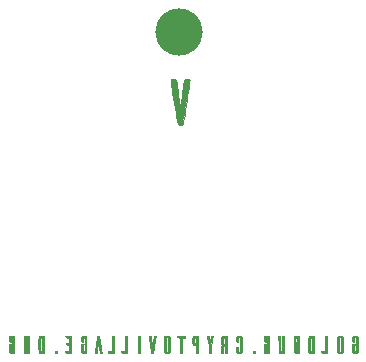
<source format=gbl>
G04 #@! TF.FileFunction,Copper,L2,Bot,Signal*
%FSLAX46Y46*%
G04 Gerber Fmt 4.6, Leading zero omitted, Abs format (unit mm)*
G04 Created by KiCad (PCBNEW 4.0.5) date Saturday, July 08, 2017 'AMt' 10:27:21 AM*
%MOMM*%
%LPD*%
G01*
G04 APERTURE LIST*
%ADD10C,0.100000*%
%ADD11C,0.010000*%
%ADD12C,4.000000*%
G04 APERTURE END LIST*
D10*
D11*
G36*
X162694499Y-42483592D02*
X162739181Y-42509147D01*
X162775901Y-42571435D01*
X162809396Y-42685747D01*
X162844400Y-42867378D01*
X162885648Y-43131623D01*
X162937876Y-43493773D01*
X162991013Y-43866126D01*
X163139521Y-44901503D01*
X163279332Y-43961376D01*
X163332230Y-43605531D01*
X163381793Y-43271866D01*
X163423435Y-42991264D01*
X163452574Y-42794605D01*
X163458962Y-42751375D01*
X163491235Y-42582296D01*
X163543666Y-42504368D01*
X163649867Y-42482453D01*
X163717140Y-42481500D01*
X163868970Y-42496467D01*
X163929272Y-42554087D01*
X163935500Y-42606730D01*
X163926338Y-42697337D01*
X163900827Y-42893449D01*
X163861925Y-43175049D01*
X163812593Y-43522119D01*
X163755790Y-43914640D01*
X163694476Y-44332596D01*
X163631610Y-44755967D01*
X163570151Y-45164737D01*
X163513061Y-45538886D01*
X163463297Y-45858398D01*
X163423820Y-46103255D01*
X163397589Y-46253438D01*
X163393060Y-46275625D01*
X163315987Y-46387283D01*
X163181359Y-46427568D01*
X163036669Y-46396480D01*
X162929408Y-46294018D01*
X162920760Y-46275625D01*
X162897548Y-46180933D01*
X162859354Y-45980768D01*
X162809339Y-45695353D01*
X162750662Y-45344912D01*
X162686482Y-44949669D01*
X162619961Y-44529848D01*
X162554257Y-44105673D01*
X162492530Y-43697367D01*
X162437940Y-43325155D01*
X162393646Y-43009261D01*
X162362810Y-42769908D01*
X162348589Y-42627321D01*
X162348000Y-42609683D01*
X162373498Y-42520182D01*
X162472590Y-42485031D01*
X162562312Y-42481500D01*
X162637121Y-42479475D01*
X162694499Y-42483592D01*
X162694499Y-42483592D01*
G37*
X162694499Y-42483592D02*
X162739181Y-42509147D01*
X162775901Y-42571435D01*
X162809396Y-42685747D01*
X162844400Y-42867378D01*
X162885648Y-43131623D01*
X162937876Y-43493773D01*
X162991013Y-43866126D01*
X163139521Y-44901503D01*
X163279332Y-43961376D01*
X163332230Y-43605531D01*
X163381793Y-43271866D01*
X163423435Y-42991264D01*
X163452574Y-42794605D01*
X163458962Y-42751375D01*
X163491235Y-42582296D01*
X163543666Y-42504368D01*
X163649867Y-42482453D01*
X163717140Y-42481500D01*
X163868970Y-42496467D01*
X163929272Y-42554087D01*
X163935500Y-42606730D01*
X163926338Y-42697337D01*
X163900827Y-42893449D01*
X163861925Y-43175049D01*
X163812593Y-43522119D01*
X163755790Y-43914640D01*
X163694476Y-44332596D01*
X163631610Y-44755967D01*
X163570151Y-45164737D01*
X163513061Y-45538886D01*
X163463297Y-45858398D01*
X163423820Y-46103255D01*
X163397589Y-46253438D01*
X163393060Y-46275625D01*
X163315987Y-46387283D01*
X163181359Y-46427568D01*
X163036669Y-46396480D01*
X162929408Y-46294018D01*
X162920760Y-46275625D01*
X162897548Y-46180933D01*
X162859354Y-45980768D01*
X162809339Y-45695353D01*
X162750662Y-45344912D01*
X162686482Y-44949669D01*
X162619961Y-44529848D01*
X162554257Y-44105673D01*
X162492530Y-43697367D01*
X162437940Y-43325155D01*
X162393646Y-43009261D01*
X162362810Y-42769908D01*
X162348589Y-42627321D01*
X162348000Y-42609683D01*
X162373498Y-42520182D01*
X162472590Y-42485031D01*
X162562312Y-42481500D01*
X162637121Y-42479475D01*
X162694499Y-42483592D01*
G36*
X148925037Y-64237878D02*
X148965917Y-64242925D01*
X148997773Y-64252821D01*
X149024475Y-64268782D01*
X149049890Y-64292024D01*
X149050668Y-64292841D01*
X149059779Y-64302365D01*
X149067689Y-64311216D01*
X149074483Y-64320597D01*
X149080245Y-64331710D01*
X149085060Y-64345760D01*
X149089014Y-64363950D01*
X149092190Y-64387482D01*
X149094675Y-64417561D01*
X149096552Y-64455390D01*
X149097906Y-64502172D01*
X149098822Y-64559110D01*
X149099385Y-64627408D01*
X149099680Y-64708268D01*
X149099792Y-64802896D01*
X149099805Y-64912492D01*
X149099800Y-64990000D01*
X149099806Y-65109640D01*
X149099768Y-65213551D01*
X149099600Y-65302938D01*
X149099218Y-65379005D01*
X149098536Y-65442958D01*
X149097471Y-65496001D01*
X149095937Y-65539337D01*
X149093849Y-65574173D01*
X149091123Y-65601712D01*
X149087673Y-65623160D01*
X149083415Y-65639720D01*
X149078264Y-65652597D01*
X149072135Y-65662997D01*
X149064943Y-65672123D01*
X149056604Y-65681180D01*
X149050668Y-65687451D01*
X149024786Y-65710792D01*
X148995962Y-65726931D01*
X148960618Y-65736951D01*
X148915177Y-65741933D01*
X148866967Y-65743016D01*
X148812131Y-65741633D01*
X148772247Y-65737554D01*
X148745519Y-65730589D01*
X148744200Y-65730035D01*
X148700276Y-65702454D01*
X148663903Y-65662674D01*
X148650291Y-65640154D01*
X148646116Y-65631096D01*
X148642726Y-65620617D01*
X148640040Y-65606961D01*
X148637977Y-65588371D01*
X148636456Y-65563089D01*
X148635395Y-65529359D01*
X148634714Y-65485423D01*
X148634331Y-65429526D01*
X148634165Y-65359909D01*
X148634134Y-65290519D01*
X148634134Y-64972297D01*
X148654915Y-64951515D01*
X148664080Y-64943140D01*
X148673999Y-64937382D01*
X148687846Y-64933751D01*
X148708796Y-64931758D01*
X148740023Y-64930916D01*
X148784702Y-64930734D01*
X148789851Y-64930733D01*
X148904005Y-64930733D01*
X148878424Y-64987151D01*
X148858762Y-65028790D01*
X148843076Y-65057200D01*
X148829474Y-65075036D01*
X148816061Y-65084953D01*
X148806171Y-65088507D01*
X148785552Y-65093682D01*
X148788160Y-65325296D01*
X148790767Y-65556910D01*
X148813819Y-65579948D01*
X148842928Y-65599194D01*
X148874205Y-65603570D01*
X148903681Y-65593086D01*
X148918864Y-65579654D01*
X148938934Y-65556322D01*
X148938934Y-64423677D01*
X148919884Y-64402030D01*
X148898310Y-64385046D01*
X148874394Y-64375315D01*
X148854238Y-64374397D01*
X148836013Y-64382365D01*
X148819360Y-64395781D01*
X148790767Y-64421314D01*
X148788066Y-64607495D01*
X148785366Y-64793675D01*
X148728800Y-64768553D01*
X148698290Y-64754773D01*
X148675159Y-64742442D01*
X148658386Y-64729053D01*
X148646948Y-64712101D01*
X148639825Y-64689080D01*
X148635996Y-64657483D01*
X148634439Y-64614804D01*
X148634134Y-64558537D01*
X148634134Y-64536224D01*
X148634471Y-64472285D01*
X148635881Y-64422629D01*
X148638957Y-64384612D01*
X148644294Y-64355590D01*
X148652487Y-64332921D01*
X148664130Y-64313959D01*
X148679819Y-64296062D01*
X148690508Y-64285599D01*
X148715917Y-64265014D01*
X148743792Y-64250810D01*
X148777815Y-64241988D01*
X148821668Y-64237546D01*
X148871266Y-64236467D01*
X148925037Y-64237878D01*
X148925037Y-64237878D01*
G37*
X148925037Y-64237878D02*
X148965917Y-64242925D01*
X148997773Y-64252821D01*
X149024475Y-64268782D01*
X149049890Y-64292024D01*
X149050668Y-64292841D01*
X149059779Y-64302365D01*
X149067689Y-64311216D01*
X149074483Y-64320597D01*
X149080245Y-64331710D01*
X149085060Y-64345760D01*
X149089014Y-64363950D01*
X149092190Y-64387482D01*
X149094675Y-64417561D01*
X149096552Y-64455390D01*
X149097906Y-64502172D01*
X149098822Y-64559110D01*
X149099385Y-64627408D01*
X149099680Y-64708268D01*
X149099792Y-64802896D01*
X149099805Y-64912492D01*
X149099800Y-64990000D01*
X149099806Y-65109640D01*
X149099768Y-65213551D01*
X149099600Y-65302938D01*
X149099218Y-65379005D01*
X149098536Y-65442958D01*
X149097471Y-65496001D01*
X149095937Y-65539337D01*
X149093849Y-65574173D01*
X149091123Y-65601712D01*
X149087673Y-65623160D01*
X149083415Y-65639720D01*
X149078264Y-65652597D01*
X149072135Y-65662997D01*
X149064943Y-65672123D01*
X149056604Y-65681180D01*
X149050668Y-65687451D01*
X149024786Y-65710792D01*
X148995962Y-65726931D01*
X148960618Y-65736951D01*
X148915177Y-65741933D01*
X148866967Y-65743016D01*
X148812131Y-65741633D01*
X148772247Y-65737554D01*
X148745519Y-65730589D01*
X148744200Y-65730035D01*
X148700276Y-65702454D01*
X148663903Y-65662674D01*
X148650291Y-65640154D01*
X148646116Y-65631096D01*
X148642726Y-65620617D01*
X148640040Y-65606961D01*
X148637977Y-65588371D01*
X148636456Y-65563089D01*
X148635395Y-65529359D01*
X148634714Y-65485423D01*
X148634331Y-65429526D01*
X148634165Y-65359909D01*
X148634134Y-65290519D01*
X148634134Y-64972297D01*
X148654915Y-64951515D01*
X148664080Y-64943140D01*
X148673999Y-64937382D01*
X148687846Y-64933751D01*
X148708796Y-64931758D01*
X148740023Y-64930916D01*
X148784702Y-64930734D01*
X148789851Y-64930733D01*
X148904005Y-64930733D01*
X148878424Y-64987151D01*
X148858762Y-65028790D01*
X148843076Y-65057200D01*
X148829474Y-65075036D01*
X148816061Y-65084953D01*
X148806171Y-65088507D01*
X148785552Y-65093682D01*
X148788160Y-65325296D01*
X148790767Y-65556910D01*
X148813819Y-65579948D01*
X148842928Y-65599194D01*
X148874205Y-65603570D01*
X148903681Y-65593086D01*
X148918864Y-65579654D01*
X148938934Y-65556322D01*
X148938934Y-64423677D01*
X148919884Y-64402030D01*
X148898310Y-64385046D01*
X148874394Y-64375315D01*
X148854238Y-64374397D01*
X148836013Y-64382365D01*
X148819360Y-64395781D01*
X148790767Y-64421314D01*
X148788066Y-64607495D01*
X148785366Y-64793675D01*
X148728800Y-64768553D01*
X148698290Y-64754773D01*
X148675159Y-64742442D01*
X148658386Y-64729053D01*
X148646948Y-64712101D01*
X148639825Y-64689080D01*
X148635996Y-64657483D01*
X148634439Y-64614804D01*
X148634134Y-64558537D01*
X148634134Y-64536224D01*
X148634471Y-64472285D01*
X148635881Y-64422629D01*
X148638957Y-64384612D01*
X148644294Y-64355590D01*
X148652487Y-64332921D01*
X148664130Y-64313959D01*
X148679819Y-64296062D01*
X148690508Y-64285599D01*
X148715917Y-64265014D01*
X148743792Y-64250810D01*
X148777815Y-64241988D01*
X148821668Y-64237546D01*
X148871266Y-64236467D01*
X148925037Y-64237878D01*
G36*
X151423909Y-64236321D02*
X151470071Y-64239374D01*
X151508773Y-64244885D01*
X151534039Y-64252257D01*
X151571536Y-64276445D01*
X151604188Y-64310497D01*
X151626939Y-64348754D01*
X151631375Y-64361209D01*
X151633355Y-64375067D01*
X151635017Y-64402215D01*
X151636364Y-64443108D01*
X151637403Y-64498199D01*
X151638138Y-64567939D01*
X151638573Y-64652782D01*
X151638713Y-64753182D01*
X151638563Y-64869590D01*
X151638128Y-65002460D01*
X151638107Y-65007556D01*
X151635567Y-65622013D01*
X151612211Y-65657301D01*
X151589746Y-65684600D01*
X151562058Y-65709843D01*
X151553604Y-65715944D01*
X151538489Y-65725383D01*
X151524231Y-65731943D01*
X151507293Y-65736223D01*
X151484139Y-65738823D01*
X151451232Y-65740343D01*
X151405036Y-65741381D01*
X151403393Y-65741411D01*
X151351733Y-65741853D01*
X151313827Y-65740830D01*
X151286538Y-65738104D01*
X151266731Y-65733434D01*
X151258800Y-65730361D01*
X151214244Y-65701949D01*
X151177676Y-65661474D01*
X151164891Y-65640154D01*
X151161827Y-65633608D01*
X151159176Y-65625926D01*
X151156909Y-65615906D01*
X151154995Y-65602346D01*
X151153405Y-65584044D01*
X151152109Y-65559797D01*
X151151077Y-65528403D01*
X151150278Y-65488661D01*
X151149685Y-65439368D01*
X151149265Y-65379322D01*
X151148990Y-65307320D01*
X151148830Y-65222162D01*
X151148754Y-65122644D01*
X151148734Y-65007564D01*
X151148734Y-64990000D01*
X151148734Y-64989258D01*
X151309600Y-64989258D01*
X151309632Y-65101835D01*
X151309748Y-65198696D01*
X151309975Y-65281056D01*
X151310343Y-65350131D01*
X151310879Y-65407139D01*
X151311612Y-65453296D01*
X151312570Y-65489818D01*
X151313781Y-65517921D01*
X151315275Y-65538821D01*
X151317079Y-65553736D01*
X151319221Y-65563881D01*
X151321730Y-65570473D01*
X151323206Y-65572924D01*
X151349253Y-65596584D01*
X151382548Y-65606700D01*
X151419236Y-65602514D01*
X151436770Y-65595279D01*
X151456986Y-65581296D01*
X151470216Y-65566202D01*
X151472200Y-65553829D01*
X151473933Y-65524708D01*
X151475415Y-65479027D01*
X151476640Y-65416968D01*
X151477607Y-65338718D01*
X151478313Y-65244462D01*
X151478755Y-65134383D01*
X151478930Y-65008668D01*
X151478934Y-64988207D01*
X151478949Y-64874356D01*
X151478928Y-64776229D01*
X151478772Y-64692615D01*
X151478379Y-64622307D01*
X151477649Y-64564093D01*
X151476483Y-64516765D01*
X151474780Y-64479113D01*
X151472440Y-64449928D01*
X151469363Y-64427999D01*
X151465449Y-64412118D01*
X151460597Y-64401075D01*
X151454708Y-64393660D01*
X151447680Y-64388664D01*
X151439415Y-64384877D01*
X151429811Y-64381090D01*
X151428612Y-64380598D01*
X151394055Y-64373903D01*
X151359763Y-64379982D01*
X151331811Y-64397496D01*
X151326900Y-64403023D01*
X151323482Y-64407706D01*
X151320546Y-64413247D01*
X151318056Y-64420891D01*
X151315976Y-64431883D01*
X151314268Y-64447469D01*
X151312896Y-64468892D01*
X151311823Y-64497399D01*
X151311012Y-64534234D01*
X151310427Y-64580641D01*
X151310031Y-64637867D01*
X151309787Y-64707155D01*
X151309658Y-64789752D01*
X151309608Y-64886901D01*
X151309600Y-64989258D01*
X151148734Y-64989258D01*
X151148749Y-64872627D01*
X151148815Y-64770986D01*
X151148961Y-64683873D01*
X151149218Y-64610088D01*
X151149616Y-64548427D01*
X151150183Y-64497689D01*
X151150950Y-64456672D01*
X151151948Y-64424173D01*
X151153205Y-64398990D01*
X151154752Y-64379921D01*
X151156618Y-64365765D01*
X151158834Y-64355318D01*
X151161429Y-64347379D01*
X151164433Y-64340746D01*
X151164891Y-64339846D01*
X151196575Y-64294940D01*
X151238491Y-64260852D01*
X151260645Y-64249616D01*
X151288654Y-64242373D01*
X151328401Y-64237773D01*
X151375086Y-64235772D01*
X151423909Y-64236321D01*
X151423909Y-64236321D01*
G37*
X151423909Y-64236321D02*
X151470071Y-64239374D01*
X151508773Y-64244885D01*
X151534039Y-64252257D01*
X151571536Y-64276445D01*
X151604188Y-64310497D01*
X151626939Y-64348754D01*
X151631375Y-64361209D01*
X151633355Y-64375067D01*
X151635017Y-64402215D01*
X151636364Y-64443108D01*
X151637403Y-64498199D01*
X151638138Y-64567939D01*
X151638573Y-64652782D01*
X151638713Y-64753182D01*
X151638563Y-64869590D01*
X151638128Y-65002460D01*
X151638107Y-65007556D01*
X151635567Y-65622013D01*
X151612211Y-65657301D01*
X151589746Y-65684600D01*
X151562058Y-65709843D01*
X151553604Y-65715944D01*
X151538489Y-65725383D01*
X151524231Y-65731943D01*
X151507293Y-65736223D01*
X151484139Y-65738823D01*
X151451232Y-65740343D01*
X151405036Y-65741381D01*
X151403393Y-65741411D01*
X151351733Y-65741853D01*
X151313827Y-65740830D01*
X151286538Y-65738104D01*
X151266731Y-65733434D01*
X151258800Y-65730361D01*
X151214244Y-65701949D01*
X151177676Y-65661474D01*
X151164891Y-65640154D01*
X151161827Y-65633608D01*
X151159176Y-65625926D01*
X151156909Y-65615906D01*
X151154995Y-65602346D01*
X151153405Y-65584044D01*
X151152109Y-65559797D01*
X151151077Y-65528403D01*
X151150278Y-65488661D01*
X151149685Y-65439368D01*
X151149265Y-65379322D01*
X151148990Y-65307320D01*
X151148830Y-65222162D01*
X151148754Y-65122644D01*
X151148734Y-65007564D01*
X151148734Y-64990000D01*
X151148734Y-64989258D01*
X151309600Y-64989258D01*
X151309632Y-65101835D01*
X151309748Y-65198696D01*
X151309975Y-65281056D01*
X151310343Y-65350131D01*
X151310879Y-65407139D01*
X151311612Y-65453296D01*
X151312570Y-65489818D01*
X151313781Y-65517921D01*
X151315275Y-65538821D01*
X151317079Y-65553736D01*
X151319221Y-65563881D01*
X151321730Y-65570473D01*
X151323206Y-65572924D01*
X151349253Y-65596584D01*
X151382548Y-65606700D01*
X151419236Y-65602514D01*
X151436770Y-65595279D01*
X151456986Y-65581296D01*
X151470216Y-65566202D01*
X151472200Y-65553829D01*
X151473933Y-65524708D01*
X151475415Y-65479027D01*
X151476640Y-65416968D01*
X151477607Y-65338718D01*
X151478313Y-65244462D01*
X151478755Y-65134383D01*
X151478930Y-65008668D01*
X151478934Y-64988207D01*
X151478949Y-64874356D01*
X151478928Y-64776229D01*
X151478772Y-64692615D01*
X151478379Y-64622307D01*
X151477649Y-64564093D01*
X151476483Y-64516765D01*
X151474780Y-64479113D01*
X151472440Y-64449928D01*
X151469363Y-64427999D01*
X151465449Y-64412118D01*
X151460597Y-64401075D01*
X151454708Y-64393660D01*
X151447680Y-64388664D01*
X151439415Y-64384877D01*
X151429811Y-64381090D01*
X151428612Y-64380598D01*
X151394055Y-64373903D01*
X151359763Y-64379982D01*
X151331811Y-64397496D01*
X151326900Y-64403023D01*
X151323482Y-64407706D01*
X151320546Y-64413247D01*
X151318056Y-64420891D01*
X151315976Y-64431883D01*
X151314268Y-64447469D01*
X151312896Y-64468892D01*
X151311823Y-64497399D01*
X151311012Y-64534234D01*
X151310427Y-64580641D01*
X151310031Y-64637867D01*
X151309787Y-64707155D01*
X151309658Y-64789752D01*
X151309608Y-64886901D01*
X151309600Y-64989258D01*
X151148734Y-64989258D01*
X151148749Y-64872627D01*
X151148815Y-64770986D01*
X151148961Y-64683873D01*
X151149218Y-64610088D01*
X151149616Y-64548427D01*
X151150183Y-64497689D01*
X151150950Y-64456672D01*
X151151948Y-64424173D01*
X151153205Y-64398990D01*
X151154752Y-64379921D01*
X151156618Y-64365765D01*
X151158834Y-64355318D01*
X151161429Y-64347379D01*
X151164433Y-64340746D01*
X151164891Y-64339846D01*
X151196575Y-64294940D01*
X151238491Y-64260852D01*
X151260645Y-64249616D01*
X151288654Y-64242373D01*
X151328401Y-64237773D01*
X151375086Y-64235772D01*
X151423909Y-64236321D01*
G36*
X155129350Y-64267299D02*
X155159605Y-64295455D01*
X155184605Y-64329790D01*
X155187333Y-64334797D01*
X155208500Y-64375697D01*
X155210839Y-64972018D01*
X155211308Y-65092901D01*
X155211641Y-65198055D01*
X155211748Y-65288687D01*
X155211536Y-65366003D01*
X155210913Y-65431207D01*
X155209790Y-65485506D01*
X155208073Y-65530104D01*
X155205672Y-65566208D01*
X155202495Y-65595022D01*
X155198450Y-65617754D01*
X155193446Y-65635607D01*
X155187393Y-65649787D01*
X155180197Y-65661500D01*
X155171768Y-65671952D01*
X155162014Y-65682348D01*
X155156509Y-65688007D01*
X155132525Y-65709352D01*
X155107447Y-65726681D01*
X155097313Y-65731847D01*
X155075831Y-65736910D01*
X155042250Y-65740495D01*
X155001315Y-65742556D01*
X154957767Y-65743048D01*
X154916350Y-65741927D01*
X154881808Y-65739148D01*
X154858882Y-65734666D01*
X154857387Y-65734113D01*
X154813389Y-65707947D01*
X154776983Y-65669140D01*
X154758444Y-65637189D01*
X154738000Y-65592534D01*
X154740417Y-65277812D01*
X154742834Y-64963089D01*
X154762821Y-64946911D01*
X154773001Y-64940235D01*
X154786229Y-64935666D01*
X154805666Y-64932821D01*
X154834471Y-64931317D01*
X154875802Y-64930770D01*
X154896171Y-64930733D01*
X154937769Y-64930963D01*
X154972505Y-64931594D01*
X154997284Y-64932536D01*
X155009006Y-64933699D01*
X155009534Y-64934016D01*
X155006254Y-64942728D01*
X154997581Y-64962770D01*
X154985265Y-64990121D01*
X154982846Y-64995399D01*
X154959264Y-65041586D01*
X154937792Y-65073207D01*
X154919021Y-65089472D01*
X154910691Y-65091600D01*
X154906925Y-65099628D01*
X154903841Y-65121983D01*
X154901432Y-65156073D01*
X154899691Y-65199307D01*
X154898613Y-65249092D01*
X154898191Y-65302837D01*
X154898420Y-65357949D01*
X154899293Y-65411837D01*
X154900804Y-65461907D01*
X154902947Y-65505570D01*
X154905715Y-65540232D01*
X154909103Y-65563301D01*
X154911830Y-65571149D01*
X154936721Y-65593814D01*
X154967989Y-65604037D01*
X154999970Y-65600032D01*
X155001466Y-65599434D01*
X155011228Y-65595415D01*
X155019641Y-65591222D01*
X155026805Y-65585644D01*
X155032821Y-65577470D01*
X155037790Y-65565488D01*
X155041810Y-65548488D01*
X155044983Y-65525258D01*
X155047408Y-65494587D01*
X155049186Y-65455263D01*
X155050416Y-65406076D01*
X155051200Y-65345814D01*
X155051637Y-65273265D01*
X155051827Y-65187219D01*
X155051870Y-65086464D01*
X155051867Y-64990000D01*
X155051869Y-64876010D01*
X155051808Y-64777742D01*
X155051585Y-64693985D01*
X155051098Y-64623528D01*
X155050248Y-64565159D01*
X155048935Y-64517666D01*
X155047058Y-64479840D01*
X155044518Y-64450468D01*
X155041213Y-64428339D01*
X155037045Y-64412242D01*
X155031912Y-64400966D01*
X155025715Y-64393299D01*
X155018353Y-64388030D01*
X155009727Y-64383948D01*
X155001466Y-64380565D01*
X154977490Y-64374179D01*
X154954786Y-64378602D01*
X154950548Y-64380284D01*
X154936048Y-64386757D01*
X154924873Y-64394098D01*
X154916532Y-64404478D01*
X154910532Y-64420068D01*
X154906380Y-64443038D01*
X154903585Y-64475558D01*
X154901654Y-64519800D01*
X154900096Y-64577934D01*
X154899467Y-64605540D01*
X154895234Y-64794259D01*
X154827412Y-64762366D01*
X154788652Y-64742520D01*
X154763758Y-64725582D01*
X154750300Y-64709849D01*
X154749096Y-64707438D01*
X154744481Y-64688174D01*
X154741211Y-64653338D01*
X154739259Y-64602496D01*
X154738600Y-64535211D01*
X154738600Y-64533920D01*
X154738689Y-64479836D01*
X154739196Y-64439631D01*
X154740484Y-64410250D01*
X154742915Y-64388640D01*
X154746851Y-64371745D01*
X154752654Y-64356512D01*
X154760686Y-64339885D01*
X154761884Y-64337520D01*
X154793005Y-64291735D01*
X154821880Y-64266152D01*
X154836974Y-64256030D01*
X154850317Y-64249025D01*
X154865374Y-64244565D01*
X154885613Y-64242075D01*
X154914498Y-64240980D01*
X154955495Y-64240707D01*
X154975563Y-64240700D01*
X155092534Y-64240700D01*
X155129350Y-64267299D01*
X155129350Y-64267299D01*
G37*
X155129350Y-64267299D02*
X155159605Y-64295455D01*
X155184605Y-64329790D01*
X155187333Y-64334797D01*
X155208500Y-64375697D01*
X155210839Y-64972018D01*
X155211308Y-65092901D01*
X155211641Y-65198055D01*
X155211748Y-65288687D01*
X155211536Y-65366003D01*
X155210913Y-65431207D01*
X155209790Y-65485506D01*
X155208073Y-65530104D01*
X155205672Y-65566208D01*
X155202495Y-65595022D01*
X155198450Y-65617754D01*
X155193446Y-65635607D01*
X155187393Y-65649787D01*
X155180197Y-65661500D01*
X155171768Y-65671952D01*
X155162014Y-65682348D01*
X155156509Y-65688007D01*
X155132525Y-65709352D01*
X155107447Y-65726681D01*
X155097313Y-65731847D01*
X155075831Y-65736910D01*
X155042250Y-65740495D01*
X155001315Y-65742556D01*
X154957767Y-65743048D01*
X154916350Y-65741927D01*
X154881808Y-65739148D01*
X154858882Y-65734666D01*
X154857387Y-65734113D01*
X154813389Y-65707947D01*
X154776983Y-65669140D01*
X154758444Y-65637189D01*
X154738000Y-65592534D01*
X154740417Y-65277812D01*
X154742834Y-64963089D01*
X154762821Y-64946911D01*
X154773001Y-64940235D01*
X154786229Y-64935666D01*
X154805666Y-64932821D01*
X154834471Y-64931317D01*
X154875802Y-64930770D01*
X154896171Y-64930733D01*
X154937769Y-64930963D01*
X154972505Y-64931594D01*
X154997284Y-64932536D01*
X155009006Y-64933699D01*
X155009534Y-64934016D01*
X155006254Y-64942728D01*
X154997581Y-64962770D01*
X154985265Y-64990121D01*
X154982846Y-64995399D01*
X154959264Y-65041586D01*
X154937792Y-65073207D01*
X154919021Y-65089472D01*
X154910691Y-65091600D01*
X154906925Y-65099628D01*
X154903841Y-65121983D01*
X154901432Y-65156073D01*
X154899691Y-65199307D01*
X154898613Y-65249092D01*
X154898191Y-65302837D01*
X154898420Y-65357949D01*
X154899293Y-65411837D01*
X154900804Y-65461907D01*
X154902947Y-65505570D01*
X154905715Y-65540232D01*
X154909103Y-65563301D01*
X154911830Y-65571149D01*
X154936721Y-65593814D01*
X154967989Y-65604037D01*
X154999970Y-65600032D01*
X155001466Y-65599434D01*
X155011228Y-65595415D01*
X155019641Y-65591222D01*
X155026805Y-65585644D01*
X155032821Y-65577470D01*
X155037790Y-65565488D01*
X155041810Y-65548488D01*
X155044983Y-65525258D01*
X155047408Y-65494587D01*
X155049186Y-65455263D01*
X155050416Y-65406076D01*
X155051200Y-65345814D01*
X155051637Y-65273265D01*
X155051827Y-65187219D01*
X155051870Y-65086464D01*
X155051867Y-64990000D01*
X155051869Y-64876010D01*
X155051808Y-64777742D01*
X155051585Y-64693985D01*
X155051098Y-64623528D01*
X155050248Y-64565159D01*
X155048935Y-64517666D01*
X155047058Y-64479840D01*
X155044518Y-64450468D01*
X155041213Y-64428339D01*
X155037045Y-64412242D01*
X155031912Y-64400966D01*
X155025715Y-64393299D01*
X155018353Y-64388030D01*
X155009727Y-64383948D01*
X155001466Y-64380565D01*
X154977490Y-64374179D01*
X154954786Y-64378602D01*
X154950548Y-64380284D01*
X154936048Y-64386757D01*
X154924873Y-64394098D01*
X154916532Y-64404478D01*
X154910532Y-64420068D01*
X154906380Y-64443038D01*
X154903585Y-64475558D01*
X154901654Y-64519800D01*
X154900096Y-64577934D01*
X154899467Y-64605540D01*
X154895234Y-64794259D01*
X154827412Y-64762366D01*
X154788652Y-64742520D01*
X154763758Y-64725582D01*
X154750300Y-64709849D01*
X154749096Y-64707438D01*
X154744481Y-64688174D01*
X154741211Y-64653338D01*
X154739259Y-64602496D01*
X154738600Y-64535211D01*
X154738600Y-64533920D01*
X154738689Y-64479836D01*
X154739196Y-64439631D01*
X154740484Y-64410250D01*
X154742915Y-64388640D01*
X154746851Y-64371745D01*
X154752654Y-64356512D01*
X154760686Y-64339885D01*
X154761884Y-64337520D01*
X154793005Y-64291735D01*
X154821880Y-64266152D01*
X154836974Y-64256030D01*
X154850317Y-64249025D01*
X154865374Y-64244565D01*
X154885613Y-64242075D01*
X154914498Y-64240980D01*
X154955495Y-64240707D01*
X154975563Y-64240700D01*
X155092534Y-64240700D01*
X155129350Y-64267299D01*
G36*
X162029696Y-64237795D02*
X162037061Y-64237959D01*
X162083905Y-64239194D01*
X162117309Y-64240762D01*
X162140767Y-64243302D01*
X162157769Y-64247457D01*
X162171808Y-64253867D01*
X162186376Y-64263172D01*
X162190691Y-64266152D01*
X162228162Y-64302001D01*
X162250650Y-64337520D01*
X162273933Y-64383436D01*
X162273933Y-65597666D01*
X162250283Y-65642938D01*
X162222498Y-65683855D01*
X162190324Y-65713755D01*
X162175444Y-65723832D01*
X162162034Y-65730898D01*
X162146686Y-65735564D01*
X162125995Y-65738435D01*
X162096554Y-65740122D01*
X162054957Y-65741230D01*
X162034058Y-65741650D01*
X161986394Y-65742441D01*
X161952183Y-65742349D01*
X161927951Y-65740943D01*
X161910224Y-65737789D01*
X161895527Y-65732455D01*
X161880386Y-65724511D01*
X161876000Y-65721995D01*
X161834808Y-65692708D01*
X161806620Y-65658236D01*
X161787510Y-65613754D01*
X161787240Y-65612880D01*
X161784680Y-65602565D01*
X161782474Y-65588667D01*
X161780598Y-65569969D01*
X161779026Y-65545251D01*
X161777734Y-65513296D01*
X161776696Y-65472885D01*
X161775887Y-65422798D01*
X161775282Y-65361819D01*
X161774856Y-65288727D01*
X161774584Y-65202305D01*
X161774440Y-65101334D01*
X161774400Y-64990000D01*
X161774413Y-64870812D01*
X161774515Y-64767339D01*
X161774795Y-64678363D01*
X161775348Y-64602666D01*
X161776264Y-64539028D01*
X161777635Y-64486233D01*
X161779553Y-64443061D01*
X161781150Y-64421344D01*
X161939500Y-64421344D01*
X161939500Y-64988416D01*
X161939512Y-65100242D01*
X161939570Y-65196369D01*
X161939711Y-65278032D01*
X161939970Y-65346466D01*
X161940382Y-65402906D01*
X161940985Y-65448585D01*
X161941812Y-65484740D01*
X161942901Y-65512604D01*
X161944286Y-65533413D01*
X161946003Y-65548400D01*
X161948088Y-65558801D01*
X161950577Y-65565851D01*
X161953505Y-65570784D01*
X161956433Y-65574310D01*
X161988277Y-65598690D01*
X162024318Y-65607255D01*
X162062034Y-65599521D01*
X162069506Y-65596001D01*
X162090065Y-65579803D01*
X162102952Y-65561736D01*
X162105139Y-65552202D01*
X162107023Y-65533300D01*
X162108620Y-65504153D01*
X162109945Y-65463883D01*
X162111013Y-65411610D01*
X162111841Y-65346458D01*
X162112443Y-65267546D01*
X162112836Y-65173997D01*
X162113034Y-65064933D01*
X162113067Y-64990000D01*
X162112980Y-64870987D01*
X162112708Y-64768028D01*
X162112236Y-64680245D01*
X162111548Y-64606759D01*
X162110629Y-64546692D01*
X162109463Y-64499166D01*
X162108035Y-64463302D01*
X162106329Y-64438222D01*
X162104330Y-64423047D01*
X162102952Y-64418263D01*
X162082494Y-64391598D01*
X162053349Y-64376429D01*
X162019869Y-64373448D01*
X161986405Y-64383349D01*
X161967150Y-64396639D01*
X161939500Y-64421344D01*
X161781150Y-64421344D01*
X161782110Y-64408295D01*
X161785397Y-64380716D01*
X161789508Y-64359105D01*
X161794532Y-64342245D01*
X161800563Y-64328918D01*
X161807693Y-64317904D01*
X161816012Y-64307986D01*
X161825613Y-64297946D01*
X161826654Y-64296881D01*
X161851269Y-64273678D01*
X161874935Y-64257117D01*
X161901131Y-64246222D01*
X161933338Y-64240020D01*
X161975033Y-64237536D01*
X162029696Y-64237795D01*
X162029696Y-64237795D01*
G37*
X162029696Y-64237795D02*
X162037061Y-64237959D01*
X162083905Y-64239194D01*
X162117309Y-64240762D01*
X162140767Y-64243302D01*
X162157769Y-64247457D01*
X162171808Y-64253867D01*
X162186376Y-64263172D01*
X162190691Y-64266152D01*
X162228162Y-64302001D01*
X162250650Y-64337520D01*
X162273933Y-64383436D01*
X162273933Y-65597666D01*
X162250283Y-65642938D01*
X162222498Y-65683855D01*
X162190324Y-65713755D01*
X162175444Y-65723832D01*
X162162034Y-65730898D01*
X162146686Y-65735564D01*
X162125995Y-65738435D01*
X162096554Y-65740122D01*
X162054957Y-65741230D01*
X162034058Y-65741650D01*
X161986394Y-65742441D01*
X161952183Y-65742349D01*
X161927951Y-65740943D01*
X161910224Y-65737789D01*
X161895527Y-65732455D01*
X161880386Y-65724511D01*
X161876000Y-65721995D01*
X161834808Y-65692708D01*
X161806620Y-65658236D01*
X161787510Y-65613754D01*
X161787240Y-65612880D01*
X161784680Y-65602565D01*
X161782474Y-65588667D01*
X161780598Y-65569969D01*
X161779026Y-65545251D01*
X161777734Y-65513296D01*
X161776696Y-65472885D01*
X161775887Y-65422798D01*
X161775282Y-65361819D01*
X161774856Y-65288727D01*
X161774584Y-65202305D01*
X161774440Y-65101334D01*
X161774400Y-64990000D01*
X161774413Y-64870812D01*
X161774515Y-64767339D01*
X161774795Y-64678363D01*
X161775348Y-64602666D01*
X161776264Y-64539028D01*
X161777635Y-64486233D01*
X161779553Y-64443061D01*
X161781150Y-64421344D01*
X161939500Y-64421344D01*
X161939500Y-64988416D01*
X161939512Y-65100242D01*
X161939570Y-65196369D01*
X161939711Y-65278032D01*
X161939970Y-65346466D01*
X161940382Y-65402906D01*
X161940985Y-65448585D01*
X161941812Y-65484740D01*
X161942901Y-65512604D01*
X161944286Y-65533413D01*
X161946003Y-65548400D01*
X161948088Y-65558801D01*
X161950577Y-65565851D01*
X161953505Y-65570784D01*
X161956433Y-65574310D01*
X161988277Y-65598690D01*
X162024318Y-65607255D01*
X162062034Y-65599521D01*
X162069506Y-65596001D01*
X162090065Y-65579803D01*
X162102952Y-65561736D01*
X162105139Y-65552202D01*
X162107023Y-65533300D01*
X162108620Y-65504153D01*
X162109945Y-65463883D01*
X162111013Y-65411610D01*
X162111841Y-65346458D01*
X162112443Y-65267546D01*
X162112836Y-65173997D01*
X162113034Y-65064933D01*
X162113067Y-64990000D01*
X162112980Y-64870987D01*
X162112708Y-64768028D01*
X162112236Y-64680245D01*
X162111548Y-64606759D01*
X162110629Y-64546692D01*
X162109463Y-64499166D01*
X162108035Y-64463302D01*
X162106329Y-64438222D01*
X162104330Y-64423047D01*
X162102952Y-64418263D01*
X162082494Y-64391598D01*
X162053349Y-64376429D01*
X162019869Y-64373448D01*
X161986405Y-64383349D01*
X161967150Y-64396639D01*
X161939500Y-64421344D01*
X161781150Y-64421344D01*
X161782110Y-64408295D01*
X161785397Y-64380716D01*
X161789508Y-64359105D01*
X161794532Y-64342245D01*
X161800563Y-64328918D01*
X161807693Y-64317904D01*
X161816012Y-64307986D01*
X161825613Y-64297946D01*
X161826654Y-64296881D01*
X161851269Y-64273678D01*
X161874935Y-64257117D01*
X161901131Y-64246222D01*
X161933338Y-64240020D01*
X161975033Y-64237536D01*
X162029696Y-64237795D01*
G36*
X168179995Y-64237374D02*
X168218375Y-64240841D01*
X168247828Y-64247986D01*
X168272326Y-64259928D01*
X168295843Y-64277785D01*
X168305092Y-64286116D01*
X168325445Y-64309271D01*
X168343521Y-64336499D01*
X168345309Y-64339846D01*
X168348373Y-64346392D01*
X168351024Y-64354073D01*
X168353292Y-64364093D01*
X168355205Y-64377653D01*
X168356795Y-64395956D01*
X168358092Y-64420203D01*
X168359124Y-64451596D01*
X168359922Y-64491339D01*
X168360516Y-64540632D01*
X168360935Y-64600678D01*
X168361210Y-64672679D01*
X168361370Y-64757838D01*
X168361446Y-64857356D01*
X168361467Y-64972436D01*
X168361467Y-64990000D01*
X168361451Y-65107372D01*
X168361385Y-65209014D01*
X168361239Y-65296126D01*
X168360982Y-65369912D01*
X168360585Y-65431572D01*
X168360017Y-65482310D01*
X168359250Y-65523328D01*
X168358253Y-65555827D01*
X168356995Y-65581010D01*
X168355449Y-65600078D01*
X168353582Y-65614235D01*
X168351367Y-65624681D01*
X168348772Y-65632620D01*
X168345768Y-65639254D01*
X168345309Y-65640154D01*
X168313888Y-65684325D01*
X168271185Y-65720026D01*
X168253937Y-65729867D01*
X168228221Y-65737576D01*
X168190695Y-65742386D01*
X168146228Y-65744342D01*
X168099684Y-65743491D01*
X168055932Y-65739877D01*
X168019837Y-65733549D01*
X168001634Y-65727482D01*
X167973927Y-65711286D01*
X167948806Y-65691343D01*
X167944933Y-65687451D01*
X167930415Y-65670938D01*
X167919064Y-65654492D01*
X167910494Y-65635824D01*
X167904318Y-65612650D01*
X167900150Y-65582682D01*
X167897604Y-65543634D01*
X167896294Y-65493220D01*
X167895833Y-65429153D01*
X167895800Y-65396558D01*
X167895800Y-65192973D01*
X167923317Y-65204606D01*
X167975062Y-65227678D01*
X168011003Y-65246506D01*
X168031655Y-65261377D01*
X168036648Y-65267901D01*
X168039195Y-65280893D01*
X168041888Y-65307601D01*
X168044487Y-65344811D01*
X168046754Y-65389310D01*
X168047900Y-65419513D01*
X168049672Y-65470660D01*
X168051411Y-65507723D01*
X168053605Y-65533541D01*
X168056743Y-65550954D01*
X168061313Y-65562804D01*
X168067804Y-65571929D01*
X168075486Y-65579956D01*
X168105279Y-65599412D01*
X168137541Y-65602989D01*
X168168863Y-65590687D01*
X168181781Y-65579934D01*
X168204834Y-65556882D01*
X168204834Y-64423118D01*
X168181781Y-64400066D01*
X168151999Y-64380597D01*
X168119740Y-64377007D01*
X168088411Y-64389296D01*
X168075486Y-64400045D01*
X168052434Y-64423077D01*
X168048200Y-64604282D01*
X168043967Y-64785487D01*
X167983841Y-64757621D01*
X167954890Y-64743905D01*
X167933103Y-64731514D01*
X167917461Y-64717871D01*
X167906947Y-64700399D01*
X167900542Y-64676523D01*
X167897228Y-64643665D01*
X167895987Y-64599250D01*
X167895800Y-64540701D01*
X167895800Y-64534877D01*
X167896222Y-64471401D01*
X167897854Y-64422142D01*
X167901245Y-64384397D01*
X167906943Y-64355463D01*
X167915497Y-64332638D01*
X167927456Y-64313217D01*
X167943368Y-64294499D01*
X167944933Y-64292841D01*
X167969621Y-64269893D01*
X167995263Y-64253939D01*
X168025613Y-64243826D01*
X168064426Y-64238404D01*
X168115455Y-64236520D01*
X168128717Y-64236467D01*
X168179995Y-64237374D01*
X168179995Y-64237374D01*
G37*
X168179995Y-64237374D02*
X168218375Y-64240841D01*
X168247828Y-64247986D01*
X168272326Y-64259928D01*
X168295843Y-64277785D01*
X168305092Y-64286116D01*
X168325445Y-64309271D01*
X168343521Y-64336499D01*
X168345309Y-64339846D01*
X168348373Y-64346392D01*
X168351024Y-64354073D01*
X168353292Y-64364093D01*
X168355205Y-64377653D01*
X168356795Y-64395956D01*
X168358092Y-64420203D01*
X168359124Y-64451596D01*
X168359922Y-64491339D01*
X168360516Y-64540632D01*
X168360935Y-64600678D01*
X168361210Y-64672679D01*
X168361370Y-64757838D01*
X168361446Y-64857356D01*
X168361467Y-64972436D01*
X168361467Y-64990000D01*
X168361451Y-65107372D01*
X168361385Y-65209014D01*
X168361239Y-65296126D01*
X168360982Y-65369912D01*
X168360585Y-65431572D01*
X168360017Y-65482310D01*
X168359250Y-65523328D01*
X168358253Y-65555827D01*
X168356995Y-65581010D01*
X168355449Y-65600078D01*
X168353582Y-65614235D01*
X168351367Y-65624681D01*
X168348772Y-65632620D01*
X168345768Y-65639254D01*
X168345309Y-65640154D01*
X168313888Y-65684325D01*
X168271185Y-65720026D01*
X168253937Y-65729867D01*
X168228221Y-65737576D01*
X168190695Y-65742386D01*
X168146228Y-65744342D01*
X168099684Y-65743491D01*
X168055932Y-65739877D01*
X168019837Y-65733549D01*
X168001634Y-65727482D01*
X167973927Y-65711286D01*
X167948806Y-65691343D01*
X167944933Y-65687451D01*
X167930415Y-65670938D01*
X167919064Y-65654492D01*
X167910494Y-65635824D01*
X167904318Y-65612650D01*
X167900150Y-65582682D01*
X167897604Y-65543634D01*
X167896294Y-65493220D01*
X167895833Y-65429153D01*
X167895800Y-65396558D01*
X167895800Y-65192973D01*
X167923317Y-65204606D01*
X167975062Y-65227678D01*
X168011003Y-65246506D01*
X168031655Y-65261377D01*
X168036648Y-65267901D01*
X168039195Y-65280893D01*
X168041888Y-65307601D01*
X168044487Y-65344811D01*
X168046754Y-65389310D01*
X168047900Y-65419513D01*
X168049672Y-65470660D01*
X168051411Y-65507723D01*
X168053605Y-65533541D01*
X168056743Y-65550954D01*
X168061313Y-65562804D01*
X168067804Y-65571929D01*
X168075486Y-65579956D01*
X168105279Y-65599412D01*
X168137541Y-65602989D01*
X168168863Y-65590687D01*
X168181781Y-65579934D01*
X168204834Y-65556882D01*
X168204834Y-64423118D01*
X168181781Y-64400066D01*
X168151999Y-64380597D01*
X168119740Y-64377007D01*
X168088411Y-64389296D01*
X168075486Y-64400045D01*
X168052434Y-64423077D01*
X168048200Y-64604282D01*
X168043967Y-64785487D01*
X167983841Y-64757621D01*
X167954890Y-64743905D01*
X167933103Y-64731514D01*
X167917461Y-64717871D01*
X167906947Y-64700399D01*
X167900542Y-64676523D01*
X167897228Y-64643665D01*
X167895987Y-64599250D01*
X167895800Y-64540701D01*
X167895800Y-64534877D01*
X167896222Y-64471401D01*
X167897854Y-64422142D01*
X167901245Y-64384397D01*
X167906943Y-64355463D01*
X167915497Y-64332638D01*
X167927456Y-64313217D01*
X167943368Y-64294499D01*
X167944933Y-64292841D01*
X167969621Y-64269893D01*
X167995263Y-64253939D01*
X168025613Y-64243826D01*
X168064426Y-64238404D01*
X168115455Y-64236520D01*
X168128717Y-64236467D01*
X168179995Y-64237374D01*
G36*
X170505042Y-64237615D02*
X170545164Y-64241885D01*
X170576298Y-64250508D01*
X170602361Y-64264717D01*
X170627273Y-64285748D01*
X170635832Y-64294315D01*
X170645882Y-64304791D01*
X170654599Y-64314901D01*
X170662080Y-64325865D01*
X170668417Y-64338905D01*
X170673707Y-64355240D01*
X170678044Y-64376092D01*
X170681522Y-64402682D01*
X170684236Y-64436230D01*
X170686280Y-64477957D01*
X170687751Y-64529084D01*
X170688741Y-64590832D01*
X170689347Y-64664421D01*
X170689662Y-64751072D01*
X170689782Y-64852007D01*
X170689800Y-64968445D01*
X170689800Y-64990000D01*
X170689789Y-65109212D01*
X170689694Y-65212711D01*
X170689419Y-65301719D01*
X170688870Y-65377455D01*
X170687952Y-65441141D01*
X170686570Y-65493998D01*
X170684630Y-65537247D01*
X170682037Y-65572107D01*
X170678697Y-65599800D01*
X170674514Y-65621547D01*
X170669394Y-65638569D01*
X170663242Y-65652085D01*
X170655964Y-65663318D01*
X170647464Y-65673487D01*
X170637649Y-65683814D01*
X170635832Y-65685685D01*
X170610532Y-65709151D01*
X170585380Y-65725432D01*
X170556474Y-65735751D01*
X170519911Y-65741334D01*
X170471788Y-65743405D01*
X170451454Y-65743526D01*
X170406543Y-65743023D01*
X170374295Y-65741137D01*
X170350462Y-65737291D01*
X170330792Y-65730912D01*
X170319193Y-65725614D01*
X170277430Y-65696772D01*
X170244376Y-65657782D01*
X170225331Y-65617191D01*
X170222250Y-65597687D01*
X170219762Y-65561668D01*
X170217864Y-65509047D01*
X170216553Y-65439738D01*
X170215828Y-65353657D01*
X170215667Y-65278616D01*
X170215667Y-64972297D01*
X170236449Y-64951515D01*
X170245591Y-64943157D01*
X170255483Y-64937404D01*
X170269289Y-64933771D01*
X170290173Y-64931771D01*
X170321299Y-64930921D01*
X170365833Y-64930734D01*
X170371915Y-64930733D01*
X170413739Y-64931173D01*
X170448691Y-64932380D01*
X170473700Y-64934183D01*
X170485699Y-64936412D01*
X170486310Y-64937083D01*
X170481512Y-64952448D01*
X170469677Y-64976876D01*
X170453351Y-65006156D01*
X170435077Y-65036076D01*
X170417400Y-65062424D01*
X170402865Y-65080988D01*
X170395584Y-65087258D01*
X170376534Y-65095615D01*
X170376534Y-65322764D01*
X170376864Y-65394746D01*
X170377823Y-65456072D01*
X170379360Y-65505334D01*
X170381424Y-65541122D01*
X170383965Y-65562025D01*
X170385251Y-65566202D01*
X170400928Y-65583150D01*
X170425211Y-65598415D01*
X170450042Y-65607318D01*
X170457393Y-65608067D01*
X170471341Y-65602409D01*
X170490677Y-65588079D01*
X170500147Y-65579280D01*
X170528934Y-65550493D01*
X170528934Y-64429506D01*
X170499124Y-64399697D01*
X170479148Y-64381649D01*
X170463505Y-64374173D01*
X170445959Y-64374612D01*
X170442003Y-64375349D01*
X170416989Y-64384563D01*
X170397730Y-64397755D01*
X170392186Y-64404369D01*
X170387903Y-64413226D01*
X170384651Y-64426576D01*
X170382198Y-64446668D01*
X170380313Y-64475755D01*
X170378767Y-64516086D01*
X170377327Y-64569911D01*
X170376534Y-64604478D01*
X170372300Y-64794259D01*
X170304479Y-64762366D01*
X170265719Y-64742520D01*
X170240824Y-64725582D01*
X170227367Y-64709849D01*
X170226162Y-64707438D01*
X170222167Y-64689792D01*
X170219101Y-64658791D01*
X170216973Y-64617990D01*
X170215793Y-64570940D01*
X170215569Y-64521197D01*
X170216309Y-64472314D01*
X170218022Y-64427845D01*
X170220716Y-64391342D01*
X170224400Y-64366361D01*
X170225331Y-64362809D01*
X170246591Y-64318851D01*
X170280440Y-64280565D01*
X170319930Y-64254160D01*
X170339624Y-64246010D01*
X170361134Y-64240749D01*
X170388749Y-64237803D01*
X170426759Y-64236597D01*
X170452010Y-64236467D01*
X170505042Y-64237615D01*
X170505042Y-64237615D01*
G37*
X170505042Y-64237615D02*
X170545164Y-64241885D01*
X170576298Y-64250508D01*
X170602361Y-64264717D01*
X170627273Y-64285748D01*
X170635832Y-64294315D01*
X170645882Y-64304791D01*
X170654599Y-64314901D01*
X170662080Y-64325865D01*
X170668417Y-64338905D01*
X170673707Y-64355240D01*
X170678044Y-64376092D01*
X170681522Y-64402682D01*
X170684236Y-64436230D01*
X170686280Y-64477957D01*
X170687751Y-64529084D01*
X170688741Y-64590832D01*
X170689347Y-64664421D01*
X170689662Y-64751072D01*
X170689782Y-64852007D01*
X170689800Y-64968445D01*
X170689800Y-64990000D01*
X170689789Y-65109212D01*
X170689694Y-65212711D01*
X170689419Y-65301719D01*
X170688870Y-65377455D01*
X170687952Y-65441141D01*
X170686570Y-65493998D01*
X170684630Y-65537247D01*
X170682037Y-65572107D01*
X170678697Y-65599800D01*
X170674514Y-65621547D01*
X170669394Y-65638569D01*
X170663242Y-65652085D01*
X170655964Y-65663318D01*
X170647464Y-65673487D01*
X170637649Y-65683814D01*
X170635832Y-65685685D01*
X170610532Y-65709151D01*
X170585380Y-65725432D01*
X170556474Y-65735751D01*
X170519911Y-65741334D01*
X170471788Y-65743405D01*
X170451454Y-65743526D01*
X170406543Y-65743023D01*
X170374295Y-65741137D01*
X170350462Y-65737291D01*
X170330792Y-65730912D01*
X170319193Y-65725614D01*
X170277430Y-65696772D01*
X170244376Y-65657782D01*
X170225331Y-65617191D01*
X170222250Y-65597687D01*
X170219762Y-65561668D01*
X170217864Y-65509047D01*
X170216553Y-65439738D01*
X170215828Y-65353657D01*
X170215667Y-65278616D01*
X170215667Y-64972297D01*
X170236449Y-64951515D01*
X170245591Y-64943157D01*
X170255483Y-64937404D01*
X170269289Y-64933771D01*
X170290173Y-64931771D01*
X170321299Y-64930921D01*
X170365833Y-64930734D01*
X170371915Y-64930733D01*
X170413739Y-64931173D01*
X170448691Y-64932380D01*
X170473700Y-64934183D01*
X170485699Y-64936412D01*
X170486310Y-64937083D01*
X170481512Y-64952448D01*
X170469677Y-64976876D01*
X170453351Y-65006156D01*
X170435077Y-65036076D01*
X170417400Y-65062424D01*
X170402865Y-65080988D01*
X170395584Y-65087258D01*
X170376534Y-65095615D01*
X170376534Y-65322764D01*
X170376864Y-65394746D01*
X170377823Y-65456072D01*
X170379360Y-65505334D01*
X170381424Y-65541122D01*
X170383965Y-65562025D01*
X170385251Y-65566202D01*
X170400928Y-65583150D01*
X170425211Y-65598415D01*
X170450042Y-65607318D01*
X170457393Y-65608067D01*
X170471341Y-65602409D01*
X170490677Y-65588079D01*
X170500147Y-65579280D01*
X170528934Y-65550493D01*
X170528934Y-64429506D01*
X170499124Y-64399697D01*
X170479148Y-64381649D01*
X170463505Y-64374173D01*
X170445959Y-64374612D01*
X170442003Y-64375349D01*
X170416989Y-64384563D01*
X170397730Y-64397755D01*
X170392186Y-64404369D01*
X170387903Y-64413226D01*
X170384651Y-64426576D01*
X170382198Y-64446668D01*
X170380313Y-64475755D01*
X170378767Y-64516086D01*
X170377327Y-64569911D01*
X170376534Y-64604478D01*
X170372300Y-64794259D01*
X170304479Y-64762366D01*
X170265719Y-64742520D01*
X170240824Y-64725582D01*
X170227367Y-64709849D01*
X170226162Y-64707438D01*
X170222167Y-64689792D01*
X170219101Y-64658791D01*
X170216973Y-64617990D01*
X170215793Y-64570940D01*
X170215569Y-64521197D01*
X170216309Y-64472314D01*
X170218022Y-64427845D01*
X170220716Y-64391342D01*
X170224400Y-64366361D01*
X170225331Y-64362809D01*
X170246591Y-64318851D01*
X170280440Y-64280565D01*
X170319930Y-64254160D01*
X170339624Y-64246010D01*
X170361134Y-64240749D01*
X170388749Y-64237803D01*
X170426759Y-64236597D01*
X170452010Y-64236467D01*
X170505042Y-64237615D01*
G36*
X171926052Y-64244067D02*
X171935375Y-64248110D01*
X171943083Y-64256030D01*
X171949335Y-64268915D01*
X171954289Y-64287851D01*
X171958103Y-64313927D01*
X171960937Y-64348228D01*
X171962950Y-64391842D01*
X171964299Y-64445857D01*
X171965144Y-64511358D01*
X171965643Y-64589433D01*
X171965955Y-64681170D01*
X171966239Y-64787655D01*
X171966653Y-64909975D01*
X171966657Y-64910999D01*
X171967116Y-65050442D01*
X171967280Y-65173288D01*
X171967147Y-65279869D01*
X171966714Y-65370518D01*
X171965977Y-65445569D01*
X171964934Y-65505355D01*
X171963580Y-65550208D01*
X171961913Y-65580462D01*
X171960066Y-65595846D01*
X171941233Y-65644817D01*
X171908659Y-65687211D01*
X171865312Y-65719202D01*
X171863731Y-65720037D01*
X171842252Y-65729315D01*
X171817596Y-65735296D01*
X171785068Y-65738781D01*
X171743900Y-65740477D01*
X171703165Y-65740637D01*
X171664662Y-65739320D01*
X171634257Y-65736785D01*
X171623897Y-65735137D01*
X171572085Y-65718522D01*
X171531737Y-65691594D01*
X171499281Y-65651667D01*
X171488774Y-65633467D01*
X171485900Y-65627416D01*
X171483389Y-65619996D01*
X171481211Y-65610069D01*
X171479337Y-65596497D01*
X171477738Y-65578142D01*
X171476385Y-65553866D01*
X171475249Y-65522532D01*
X171474300Y-65483002D01*
X171473509Y-65434138D01*
X171472848Y-65374803D01*
X171472287Y-65303858D01*
X171471797Y-65220165D01*
X171471348Y-65122587D01*
X171470912Y-65009987D01*
X171470609Y-64924383D01*
X171468250Y-64244933D01*
X171629294Y-64244933D01*
X171633834Y-65556887D01*
X171656604Y-65579654D01*
X171686269Y-65598330D01*
X171721102Y-65603917D01*
X171755527Y-65596415D01*
X171780397Y-65579654D01*
X171803167Y-65556887D01*
X171805436Y-64900910D01*
X171807706Y-64244933D01*
X171869435Y-64244933D01*
X171886805Y-64244336D01*
X171901926Y-64243267D01*
X171914955Y-64242816D01*
X171926052Y-64244067D01*
X171926052Y-64244067D01*
G37*
X171926052Y-64244067D02*
X171935375Y-64248110D01*
X171943083Y-64256030D01*
X171949335Y-64268915D01*
X171954289Y-64287851D01*
X171958103Y-64313927D01*
X171960937Y-64348228D01*
X171962950Y-64391842D01*
X171964299Y-64445857D01*
X171965144Y-64511358D01*
X171965643Y-64589433D01*
X171965955Y-64681170D01*
X171966239Y-64787655D01*
X171966653Y-64909975D01*
X171966657Y-64910999D01*
X171967116Y-65050442D01*
X171967280Y-65173288D01*
X171967147Y-65279869D01*
X171966714Y-65370518D01*
X171965977Y-65445569D01*
X171964934Y-65505355D01*
X171963580Y-65550208D01*
X171961913Y-65580462D01*
X171960066Y-65595846D01*
X171941233Y-65644817D01*
X171908659Y-65687211D01*
X171865312Y-65719202D01*
X171863731Y-65720037D01*
X171842252Y-65729315D01*
X171817596Y-65735296D01*
X171785068Y-65738781D01*
X171743900Y-65740477D01*
X171703165Y-65740637D01*
X171664662Y-65739320D01*
X171634257Y-65736785D01*
X171623897Y-65735137D01*
X171572085Y-65718522D01*
X171531737Y-65691594D01*
X171499281Y-65651667D01*
X171488774Y-65633467D01*
X171485900Y-65627416D01*
X171483389Y-65619996D01*
X171481211Y-65610069D01*
X171479337Y-65596497D01*
X171477738Y-65578142D01*
X171476385Y-65553866D01*
X171475249Y-65522532D01*
X171474300Y-65483002D01*
X171473509Y-65434138D01*
X171472848Y-65374803D01*
X171472287Y-65303858D01*
X171471797Y-65220165D01*
X171471348Y-65122587D01*
X171470912Y-65009987D01*
X171470609Y-64924383D01*
X171468250Y-64244933D01*
X171629294Y-64244933D01*
X171633834Y-65556887D01*
X171656604Y-65579654D01*
X171686269Y-65598330D01*
X171721102Y-65603917D01*
X171755527Y-65596415D01*
X171780397Y-65579654D01*
X171803167Y-65556887D01*
X171805436Y-64900910D01*
X171807706Y-64244933D01*
X171869435Y-64244933D01*
X171886805Y-64244336D01*
X171901926Y-64243267D01*
X171914955Y-64242816D01*
X171926052Y-64244067D01*
G36*
X176837880Y-64268047D02*
X176877129Y-64304557D01*
X176897146Y-64335781D01*
X176917033Y-64376167D01*
X176919692Y-64964600D01*
X176920172Y-65096745D01*
X176920337Y-65212414D01*
X176920184Y-65312060D01*
X176919708Y-65396137D01*
X176918904Y-65465099D01*
X176917766Y-65519399D01*
X176916290Y-65559492D01*
X176914472Y-65585832D01*
X176912982Y-65596380D01*
X176895376Y-65642076D01*
X176865043Y-65684324D01*
X176826094Y-65717883D01*
X176810628Y-65726892D01*
X176793924Y-65734079D01*
X176774739Y-65738902D01*
X176749395Y-65741794D01*
X176714212Y-65743190D01*
X176669721Y-65743526D01*
X176622652Y-65743159D01*
X176588674Y-65741744D01*
X176563954Y-65738804D01*
X176544658Y-65733863D01*
X176526954Y-65726443D01*
X176525058Y-65725514D01*
X176497769Y-65708304D01*
X176473750Y-65687161D01*
X176468170Y-65680615D01*
X176459481Y-65669323D01*
X176451949Y-65658998D01*
X176445490Y-65648408D01*
X176440022Y-65636322D01*
X176435464Y-65621508D01*
X176431731Y-65602736D01*
X176428743Y-65578772D01*
X176426417Y-65548386D01*
X176424669Y-65510347D01*
X176423419Y-65463423D01*
X176422582Y-65406382D01*
X176422077Y-65337994D01*
X176421822Y-65257026D01*
X176421734Y-65162247D01*
X176421730Y-65052425D01*
X176421731Y-65020332D01*
X176581580Y-65020332D01*
X176581779Y-65106367D01*
X176582260Y-65190037D01*
X176583023Y-65269589D01*
X176584069Y-65343274D01*
X176585399Y-65409339D01*
X176587013Y-65466035D01*
X176588912Y-65511611D01*
X176591097Y-65544315D01*
X176593568Y-65562397D01*
X176594415Y-65564801D01*
X176617098Y-65589987D01*
X176647851Y-65603440D01*
X176682108Y-65604702D01*
X176715302Y-65593312D01*
X176734175Y-65578876D01*
X176756167Y-65556888D01*
X176760751Y-64432916D01*
X176738899Y-64406946D01*
X176710923Y-64384596D01*
X176678075Y-64374602D01*
X176644753Y-64376716D01*
X176615353Y-64390692D01*
X176594901Y-64415039D01*
X176592327Y-64428436D01*
X176590027Y-64456976D01*
X176588001Y-64498908D01*
X176586252Y-64552481D01*
X176584778Y-64615945D01*
X176583581Y-64687547D01*
X176582663Y-64765538D01*
X176582022Y-64848166D01*
X176581661Y-64933681D01*
X176581580Y-65020332D01*
X176421731Y-65020332D01*
X176421733Y-64987005D01*
X176421733Y-64382333D01*
X176445384Y-64337061D01*
X176473307Y-64295983D01*
X176505380Y-64266244D01*
X176541726Y-64240700D01*
X176798500Y-64240700D01*
X176837880Y-64268047D01*
X176837880Y-64268047D01*
G37*
X176837880Y-64268047D02*
X176877129Y-64304557D01*
X176897146Y-64335781D01*
X176917033Y-64376167D01*
X176919692Y-64964600D01*
X176920172Y-65096745D01*
X176920337Y-65212414D01*
X176920184Y-65312060D01*
X176919708Y-65396137D01*
X176918904Y-65465099D01*
X176917766Y-65519399D01*
X176916290Y-65559492D01*
X176914472Y-65585832D01*
X176912982Y-65596380D01*
X176895376Y-65642076D01*
X176865043Y-65684324D01*
X176826094Y-65717883D01*
X176810628Y-65726892D01*
X176793924Y-65734079D01*
X176774739Y-65738902D01*
X176749395Y-65741794D01*
X176714212Y-65743190D01*
X176669721Y-65743526D01*
X176622652Y-65743159D01*
X176588674Y-65741744D01*
X176563954Y-65738804D01*
X176544658Y-65733863D01*
X176526954Y-65726443D01*
X176525058Y-65725514D01*
X176497769Y-65708304D01*
X176473750Y-65687161D01*
X176468170Y-65680615D01*
X176459481Y-65669323D01*
X176451949Y-65658998D01*
X176445490Y-65648408D01*
X176440022Y-65636322D01*
X176435464Y-65621508D01*
X176431731Y-65602736D01*
X176428743Y-65578772D01*
X176426417Y-65548386D01*
X176424669Y-65510347D01*
X176423419Y-65463423D01*
X176422582Y-65406382D01*
X176422077Y-65337994D01*
X176421822Y-65257026D01*
X176421734Y-65162247D01*
X176421730Y-65052425D01*
X176421731Y-65020332D01*
X176581580Y-65020332D01*
X176581779Y-65106367D01*
X176582260Y-65190037D01*
X176583023Y-65269589D01*
X176584069Y-65343274D01*
X176585399Y-65409339D01*
X176587013Y-65466035D01*
X176588912Y-65511611D01*
X176591097Y-65544315D01*
X176593568Y-65562397D01*
X176594415Y-65564801D01*
X176617098Y-65589987D01*
X176647851Y-65603440D01*
X176682108Y-65604702D01*
X176715302Y-65593312D01*
X176734175Y-65578876D01*
X176756167Y-65556888D01*
X176760751Y-64432916D01*
X176738899Y-64406946D01*
X176710923Y-64384596D01*
X176678075Y-64374602D01*
X176644753Y-64376716D01*
X176615353Y-64390692D01*
X176594901Y-64415039D01*
X176592327Y-64428436D01*
X176590027Y-64456976D01*
X176588001Y-64498908D01*
X176586252Y-64552481D01*
X176584778Y-64615945D01*
X176583581Y-64687547D01*
X176582663Y-64765538D01*
X176582022Y-64848166D01*
X176581661Y-64933681D01*
X176581580Y-65020332D01*
X176421731Y-65020332D01*
X176421733Y-64987005D01*
X176421733Y-64382333D01*
X176445384Y-64337061D01*
X176473307Y-64295983D01*
X176505380Y-64266244D01*
X176541726Y-64240700D01*
X176798500Y-64240700D01*
X176837880Y-64268047D01*
G36*
X178007107Y-64238764D02*
X178041614Y-64244396D01*
X178058337Y-64250133D01*
X178103813Y-64281463D01*
X178139946Y-64323167D01*
X178149709Y-64339846D01*
X178152773Y-64346392D01*
X178155424Y-64354073D01*
X178157692Y-64364093D01*
X178159605Y-64377653D01*
X178161195Y-64395956D01*
X178162492Y-64420203D01*
X178163524Y-64451596D01*
X178164322Y-64491339D01*
X178164916Y-64540632D01*
X178165335Y-64600678D01*
X178165610Y-64672679D01*
X178165770Y-64757838D01*
X178165846Y-64857356D01*
X178165867Y-64972436D01*
X178165867Y-64990000D01*
X178165851Y-65107372D01*
X178165785Y-65209014D01*
X178165639Y-65296126D01*
X178165382Y-65369912D01*
X178164985Y-65431572D01*
X178164417Y-65482310D01*
X178163650Y-65523328D01*
X178162653Y-65555827D01*
X178161395Y-65581010D01*
X178159849Y-65600078D01*
X178157982Y-65614235D01*
X178155767Y-65624681D01*
X178153172Y-65632620D01*
X178150168Y-65639254D01*
X178149709Y-65640154D01*
X178132602Y-65667045D01*
X178112050Y-65691424D01*
X178109492Y-65693883D01*
X178084971Y-65714456D01*
X178060888Y-65728545D01*
X178033188Y-65737305D01*
X177997820Y-65741894D01*
X177950730Y-65743468D01*
X177935571Y-65743526D01*
X177890678Y-65743013D01*
X177858443Y-65741096D01*
X177834608Y-65737200D01*
X177814917Y-65730749D01*
X177803931Y-65725715D01*
X177759735Y-65694988D01*
X177724879Y-65652955D01*
X177711617Y-65627388D01*
X177708479Y-65616174D01*
X177705930Y-65597999D01*
X177703919Y-65571383D01*
X177702397Y-65534842D01*
X177701315Y-65486896D01*
X177700623Y-65426061D01*
X177700271Y-65350856D01*
X177700200Y-65286220D01*
X177700200Y-64972297D01*
X177720982Y-64951515D01*
X177730124Y-64943157D01*
X177740016Y-64937404D01*
X177753822Y-64933771D01*
X177774706Y-64931771D01*
X177805833Y-64930921D01*
X177850366Y-64930734D01*
X177856449Y-64930733D01*
X177898273Y-64931173D01*
X177933224Y-64932380D01*
X177958234Y-64934183D01*
X177970233Y-64936412D01*
X177970843Y-64937083D01*
X177966045Y-64952448D01*
X177954211Y-64976876D01*
X177937884Y-65006156D01*
X177919610Y-65036076D01*
X177901934Y-65062424D01*
X177887399Y-65080988D01*
X177880117Y-65087258D01*
X177861067Y-65095615D01*
X177861067Y-65325969D01*
X177861095Y-65394341D01*
X177861287Y-65447845D01*
X177861808Y-65488544D01*
X177862820Y-65518504D01*
X177864486Y-65539787D01*
X177866970Y-65554460D01*
X177870436Y-65564585D01*
X177875046Y-65572229D01*
X177880964Y-65579454D01*
X177881136Y-65579654D01*
X177907625Y-65599057D01*
X177938293Y-65603606D01*
X177969175Y-65593288D01*
X177986181Y-65579934D01*
X178009233Y-65556882D01*
X178009233Y-64421344D01*
X177980640Y-64395796D01*
X177959451Y-64379500D01*
X177941690Y-64373984D01*
X177925636Y-64375529D01*
X177900793Y-64384865D01*
X177882263Y-64397755D01*
X177876729Y-64404355D01*
X177872452Y-64413192D01*
X177869202Y-64426510D01*
X177866750Y-64446555D01*
X177864866Y-64475573D01*
X177863320Y-64515808D01*
X177861885Y-64569506D01*
X177861067Y-64605212D01*
X177856833Y-64795727D01*
X177787605Y-64762235D01*
X177755644Y-64745433D01*
X177729234Y-64729075D01*
X177712476Y-64715804D01*
X177709289Y-64711762D01*
X177705526Y-64695930D01*
X177702725Y-64666577D01*
X177700864Y-64627089D01*
X177699922Y-64580849D01*
X177699876Y-64531242D01*
X177700705Y-64481653D01*
X177702386Y-64435466D01*
X177704897Y-64396064D01*
X177708217Y-64366834D01*
X177711617Y-64352611D01*
X177736178Y-64310814D01*
X177770335Y-64275066D01*
X177805683Y-64252381D01*
X177833653Y-64244231D01*
X177872630Y-64238751D01*
X177917765Y-64235986D01*
X177964208Y-64235976D01*
X178007107Y-64238764D01*
X178007107Y-64238764D01*
G37*
X178007107Y-64238764D02*
X178041614Y-64244396D01*
X178058337Y-64250133D01*
X178103813Y-64281463D01*
X178139946Y-64323167D01*
X178149709Y-64339846D01*
X178152773Y-64346392D01*
X178155424Y-64354073D01*
X178157692Y-64364093D01*
X178159605Y-64377653D01*
X178161195Y-64395956D01*
X178162492Y-64420203D01*
X178163524Y-64451596D01*
X178164322Y-64491339D01*
X178164916Y-64540632D01*
X178165335Y-64600678D01*
X178165610Y-64672679D01*
X178165770Y-64757838D01*
X178165846Y-64857356D01*
X178165867Y-64972436D01*
X178165867Y-64990000D01*
X178165851Y-65107372D01*
X178165785Y-65209014D01*
X178165639Y-65296126D01*
X178165382Y-65369912D01*
X178164985Y-65431572D01*
X178164417Y-65482310D01*
X178163650Y-65523328D01*
X178162653Y-65555827D01*
X178161395Y-65581010D01*
X178159849Y-65600078D01*
X178157982Y-65614235D01*
X178155767Y-65624681D01*
X178153172Y-65632620D01*
X178150168Y-65639254D01*
X178149709Y-65640154D01*
X178132602Y-65667045D01*
X178112050Y-65691424D01*
X178109492Y-65693883D01*
X178084971Y-65714456D01*
X178060888Y-65728545D01*
X178033188Y-65737305D01*
X177997820Y-65741894D01*
X177950730Y-65743468D01*
X177935571Y-65743526D01*
X177890678Y-65743013D01*
X177858443Y-65741096D01*
X177834608Y-65737200D01*
X177814917Y-65730749D01*
X177803931Y-65725715D01*
X177759735Y-65694988D01*
X177724879Y-65652955D01*
X177711617Y-65627388D01*
X177708479Y-65616174D01*
X177705930Y-65597999D01*
X177703919Y-65571383D01*
X177702397Y-65534842D01*
X177701315Y-65486896D01*
X177700623Y-65426061D01*
X177700271Y-65350856D01*
X177700200Y-65286220D01*
X177700200Y-64972297D01*
X177720982Y-64951515D01*
X177730124Y-64943157D01*
X177740016Y-64937404D01*
X177753822Y-64933771D01*
X177774706Y-64931771D01*
X177805833Y-64930921D01*
X177850366Y-64930734D01*
X177856449Y-64930733D01*
X177898273Y-64931173D01*
X177933224Y-64932380D01*
X177958234Y-64934183D01*
X177970233Y-64936412D01*
X177970843Y-64937083D01*
X177966045Y-64952448D01*
X177954211Y-64976876D01*
X177937884Y-65006156D01*
X177919610Y-65036076D01*
X177901934Y-65062424D01*
X177887399Y-65080988D01*
X177880117Y-65087258D01*
X177861067Y-65095615D01*
X177861067Y-65325969D01*
X177861095Y-65394341D01*
X177861287Y-65447845D01*
X177861808Y-65488544D01*
X177862820Y-65518504D01*
X177864486Y-65539787D01*
X177866970Y-65554460D01*
X177870436Y-65564585D01*
X177875046Y-65572229D01*
X177880964Y-65579454D01*
X177881136Y-65579654D01*
X177907625Y-65599057D01*
X177938293Y-65603606D01*
X177969175Y-65593288D01*
X177986181Y-65579934D01*
X178009233Y-65556882D01*
X178009233Y-64421344D01*
X177980640Y-64395796D01*
X177959451Y-64379500D01*
X177941690Y-64373984D01*
X177925636Y-64375529D01*
X177900793Y-64384865D01*
X177882263Y-64397755D01*
X177876729Y-64404355D01*
X177872452Y-64413192D01*
X177869202Y-64426510D01*
X177866750Y-64446555D01*
X177864866Y-64475573D01*
X177863320Y-64515808D01*
X177861885Y-64569506D01*
X177861067Y-64605212D01*
X177856833Y-64795727D01*
X177787605Y-64762235D01*
X177755644Y-64745433D01*
X177729234Y-64729075D01*
X177712476Y-64715804D01*
X177709289Y-64711762D01*
X177705526Y-64695930D01*
X177702725Y-64666577D01*
X177700864Y-64627089D01*
X177699922Y-64580849D01*
X177699876Y-64531242D01*
X177700705Y-64481653D01*
X177702386Y-64435466D01*
X177704897Y-64396064D01*
X177708217Y-64366834D01*
X177711617Y-64352611D01*
X177736178Y-64310814D01*
X177770335Y-64275066D01*
X177805683Y-64252381D01*
X177833653Y-64244231D01*
X177872630Y-64238751D01*
X177917765Y-64235986D01*
X177964208Y-64235976D01*
X178007107Y-64238764D01*
G36*
X150369800Y-65735067D02*
X150208934Y-65735067D01*
X150208934Y-65100066D01*
X150155376Y-65100066D01*
X150124310Y-65100992D01*
X150104433Y-65104886D01*
X150090051Y-65113429D01*
X150081293Y-65121905D01*
X150060767Y-65143744D01*
X150058338Y-65439405D01*
X150055908Y-65735067D01*
X149894732Y-65735067D01*
X149897316Y-65415450D01*
X149898013Y-65333282D01*
X149898712Y-65266263D01*
X149899520Y-65212611D01*
X149900541Y-65170543D01*
X149901881Y-65138274D01*
X149903646Y-65114022D01*
X149905942Y-65096003D01*
X149908873Y-65082434D01*
X149912545Y-65071532D01*
X149917064Y-65061514D01*
X149918415Y-65058784D01*
X149936931Y-65021734D01*
X149918415Y-64996695D01*
X149913481Y-64989598D01*
X149909512Y-64981848D01*
X149906403Y-64971641D01*
X149904048Y-64957170D01*
X149902344Y-64936631D01*
X149901185Y-64908218D01*
X149900466Y-64870125D01*
X149900082Y-64820549D01*
X149899928Y-64757682D01*
X149899901Y-64682064D01*
X150056236Y-64682064D01*
X150056832Y-64737830D01*
X150058034Y-64790122D01*
X150059835Y-64836045D01*
X150062226Y-64872700D01*
X150065196Y-64897192D01*
X150067409Y-64905166D01*
X150087384Y-64928952D01*
X150119004Y-64942863D01*
X150163733Y-64947539D01*
X150164484Y-64947542D01*
X150208934Y-64947667D01*
X150208934Y-64397333D01*
X150162765Y-64397333D01*
X150118450Y-64400860D01*
X150087730Y-64411962D01*
X150068687Y-64431418D01*
X150065934Y-64436765D01*
X150062692Y-64452533D01*
X150060113Y-64482209D01*
X150058187Y-64522898D01*
X150056905Y-64571701D01*
X150056258Y-64625722D01*
X150056236Y-64682064D01*
X149899901Y-64682064D01*
X149899900Y-64679721D01*
X149899900Y-64678145D01*
X149899935Y-64599746D01*
X149900109Y-64536420D01*
X149900525Y-64486309D01*
X149901287Y-64447551D01*
X149902498Y-64418288D01*
X149904262Y-64396660D01*
X149906683Y-64380806D01*
X149909864Y-64368868D01*
X149913908Y-64358984D01*
X149918126Y-64350766D01*
X149946768Y-64309263D01*
X149984481Y-64277459D01*
X150005734Y-64264974D01*
X150018257Y-64259376D01*
X150033718Y-64255136D01*
X150054704Y-64252009D01*
X150083807Y-64249752D01*
X150123615Y-64248120D01*
X150176718Y-64246868D01*
X150202584Y-64246414D01*
X150369800Y-64243662D01*
X150369800Y-65735067D01*
X150369800Y-65735067D01*
G37*
X150369800Y-65735067D02*
X150208934Y-65735067D01*
X150208934Y-65100066D01*
X150155376Y-65100066D01*
X150124310Y-65100992D01*
X150104433Y-65104886D01*
X150090051Y-65113429D01*
X150081293Y-65121905D01*
X150060767Y-65143744D01*
X150058338Y-65439405D01*
X150055908Y-65735067D01*
X149894732Y-65735067D01*
X149897316Y-65415450D01*
X149898013Y-65333282D01*
X149898712Y-65266263D01*
X149899520Y-65212611D01*
X149900541Y-65170543D01*
X149901881Y-65138274D01*
X149903646Y-65114022D01*
X149905942Y-65096003D01*
X149908873Y-65082434D01*
X149912545Y-65071532D01*
X149917064Y-65061514D01*
X149918415Y-65058784D01*
X149936931Y-65021734D01*
X149918415Y-64996695D01*
X149913481Y-64989598D01*
X149909512Y-64981848D01*
X149906403Y-64971641D01*
X149904048Y-64957170D01*
X149902344Y-64936631D01*
X149901185Y-64908218D01*
X149900466Y-64870125D01*
X149900082Y-64820549D01*
X149899928Y-64757682D01*
X149899901Y-64682064D01*
X150056236Y-64682064D01*
X150056832Y-64737830D01*
X150058034Y-64790122D01*
X150059835Y-64836045D01*
X150062226Y-64872700D01*
X150065196Y-64897192D01*
X150067409Y-64905166D01*
X150087384Y-64928952D01*
X150119004Y-64942863D01*
X150163733Y-64947539D01*
X150164484Y-64947542D01*
X150208934Y-64947667D01*
X150208934Y-64397333D01*
X150162765Y-64397333D01*
X150118450Y-64400860D01*
X150087730Y-64411962D01*
X150068687Y-64431418D01*
X150065934Y-64436765D01*
X150062692Y-64452533D01*
X150060113Y-64482209D01*
X150058187Y-64522898D01*
X150056905Y-64571701D01*
X150056258Y-64625722D01*
X150056236Y-64682064D01*
X149899901Y-64682064D01*
X149899900Y-64679721D01*
X149899900Y-64678145D01*
X149899935Y-64599746D01*
X149900109Y-64536420D01*
X149900525Y-64486309D01*
X149901287Y-64447551D01*
X149902498Y-64418288D01*
X149904262Y-64396660D01*
X149906683Y-64380806D01*
X149909864Y-64368868D01*
X149913908Y-64358984D01*
X149918126Y-64350766D01*
X149946768Y-64309263D01*
X149984481Y-64277459D01*
X150005734Y-64264974D01*
X150018257Y-64259376D01*
X150033718Y-64255136D01*
X150054704Y-64252009D01*
X150083807Y-64249752D01*
X150123615Y-64248120D01*
X150176718Y-64246868D01*
X150202584Y-64246414D01*
X150369800Y-64243662D01*
X150369800Y-65735067D01*
G36*
X152740467Y-65620449D02*
X152739464Y-65666499D01*
X152734969Y-65698281D01*
X152724752Y-65718410D01*
X152706585Y-65729505D01*
X152678236Y-65734182D01*
X152642823Y-65735067D01*
X152579046Y-65735067D01*
X152581440Y-65639817D01*
X152583833Y-65544567D01*
X152662150Y-65542132D01*
X152740467Y-65539698D01*
X152740467Y-65620449D01*
X152740467Y-65620449D01*
G37*
X152740467Y-65620449D02*
X152739464Y-65666499D01*
X152734969Y-65698281D01*
X152724752Y-65718410D01*
X152706585Y-65729505D01*
X152678236Y-65734182D01*
X152642823Y-65735067D01*
X152579046Y-65735067D01*
X152581440Y-65639817D01*
X152583833Y-65544567D01*
X152662150Y-65542132D01*
X152740467Y-65539698D01*
X152740467Y-65620449D01*
G36*
X153706613Y-64245086D02*
X153758083Y-64245625D01*
X153796764Y-64246673D01*
X153824727Y-64248351D01*
X153844045Y-64250780D01*
X153856787Y-64254083D01*
X153864650Y-64258113D01*
X153883467Y-64271293D01*
X153883467Y-65735067D01*
X153703550Y-65734735D01*
X153637863Y-65734316D01*
X153587042Y-65733247D01*
X153549027Y-65731405D01*
X153521759Y-65728667D01*
X153503178Y-65724909D01*
X153495667Y-65722255D01*
X153479327Y-65712530D01*
X153465152Y-65696813D01*
X153450288Y-65671345D01*
X153438517Y-65646941D01*
X153425042Y-65617231D01*
X153414860Y-65593746D01*
X153409666Y-65580429D01*
X153409334Y-65578988D01*
X153417361Y-65577478D01*
X153439686Y-65576164D01*
X153473673Y-65575126D01*
X153516687Y-65574444D01*
X153565967Y-65574200D01*
X153722600Y-65574200D01*
X153722600Y-65313427D01*
X153722402Y-65233435D01*
X153721777Y-65169174D01*
X153720680Y-65119445D01*
X153719066Y-65083049D01*
X153716891Y-65058789D01*
X153714109Y-65045465D01*
X153712440Y-65042493D01*
X153698502Y-65036951D01*
X153672361Y-65033347D01*
X153645179Y-65032333D01*
X153608051Y-65030167D01*
X153580326Y-65021934D01*
X153558665Y-65005031D01*
X153539728Y-64976857D01*
X153520243Y-64934967D01*
X153495300Y-64875700D01*
X153608950Y-64873344D01*
X153722600Y-64870989D01*
X153722600Y-64648554D01*
X153722352Y-64574593D01*
X153721573Y-64516328D01*
X153720208Y-64472530D01*
X153718204Y-64441969D01*
X153715507Y-64423413D01*
X153712440Y-64415960D01*
X153697915Y-64410585D01*
X153667755Y-64407161D01*
X153623163Y-64405816D01*
X153616957Y-64405800D01*
X153572232Y-64404961D01*
X153541327Y-64402187D01*
X153521199Y-64397095D01*
X153512868Y-64392656D01*
X153503182Y-64381158D01*
X153488969Y-64358945D01*
X153472681Y-64330558D01*
X153456771Y-64300536D01*
X153443690Y-64273419D01*
X153435889Y-64253747D01*
X153434734Y-64247974D01*
X153442817Y-64247131D01*
X153465533Y-64246378D01*
X153500581Y-64245748D01*
X153545661Y-64245277D01*
X153598472Y-64244997D01*
X153640283Y-64244933D01*
X153706613Y-64245086D01*
X153706613Y-64245086D01*
G37*
X153706613Y-64245086D02*
X153758083Y-64245625D01*
X153796764Y-64246673D01*
X153824727Y-64248351D01*
X153844045Y-64250780D01*
X153856787Y-64254083D01*
X153864650Y-64258113D01*
X153883467Y-64271293D01*
X153883467Y-65735067D01*
X153703550Y-65734735D01*
X153637863Y-65734316D01*
X153587042Y-65733247D01*
X153549027Y-65731405D01*
X153521759Y-65728667D01*
X153503178Y-65724909D01*
X153495667Y-65722255D01*
X153479327Y-65712530D01*
X153465152Y-65696813D01*
X153450288Y-65671345D01*
X153438517Y-65646941D01*
X153425042Y-65617231D01*
X153414860Y-65593746D01*
X153409666Y-65580429D01*
X153409334Y-65578988D01*
X153417361Y-65577478D01*
X153439686Y-65576164D01*
X153473673Y-65575126D01*
X153516687Y-65574444D01*
X153565967Y-65574200D01*
X153722600Y-65574200D01*
X153722600Y-65313427D01*
X153722402Y-65233435D01*
X153721777Y-65169174D01*
X153720680Y-65119445D01*
X153719066Y-65083049D01*
X153716891Y-65058789D01*
X153714109Y-65045465D01*
X153712440Y-65042493D01*
X153698502Y-65036951D01*
X153672361Y-65033347D01*
X153645179Y-65032333D01*
X153608051Y-65030167D01*
X153580326Y-65021934D01*
X153558665Y-65005031D01*
X153539728Y-64976857D01*
X153520243Y-64934967D01*
X153495300Y-64875700D01*
X153608950Y-64873344D01*
X153722600Y-64870989D01*
X153722600Y-64648554D01*
X153722352Y-64574593D01*
X153721573Y-64516328D01*
X153720208Y-64472530D01*
X153718204Y-64441969D01*
X153715507Y-64423413D01*
X153712440Y-64415960D01*
X153697915Y-64410585D01*
X153667755Y-64407161D01*
X153623163Y-64405816D01*
X153616957Y-64405800D01*
X153572232Y-64404961D01*
X153541327Y-64402187D01*
X153521199Y-64397095D01*
X153512868Y-64392656D01*
X153503182Y-64381158D01*
X153488969Y-64358945D01*
X153472681Y-64330558D01*
X153456771Y-64300536D01*
X153443690Y-64273419D01*
X153435889Y-64253747D01*
X153434734Y-64247974D01*
X153442817Y-64247131D01*
X153465533Y-64246378D01*
X153500581Y-64245748D01*
X153545661Y-64245277D01*
X153598472Y-64244997D01*
X153640283Y-64244933D01*
X153706613Y-64245086D01*
G36*
X156256650Y-64246051D02*
X156274331Y-64248788D01*
X156279533Y-64252407D01*
X156280773Y-64261715D01*
X156284369Y-64286545D01*
X156290140Y-64325680D01*
X156297902Y-64377898D01*
X156307474Y-64441982D01*
X156318671Y-64516713D01*
X156331313Y-64600871D01*
X156345216Y-64693236D01*
X156360198Y-64792591D01*
X156376075Y-64897716D01*
X156389563Y-64986890D01*
X156406044Y-65095912D01*
X156421779Y-65200225D01*
X156436583Y-65298604D01*
X156450275Y-65389821D01*
X156462671Y-65472651D01*
X156473588Y-65545866D01*
X156482843Y-65608240D01*
X156490253Y-65658546D01*
X156495635Y-65695558D01*
X156498807Y-65718049D01*
X156499629Y-65724779D01*
X156495494Y-65729831D01*
X156481503Y-65732785D01*
X156455347Y-65733864D01*
X156414715Y-65733296D01*
X156412883Y-65733246D01*
X156326100Y-65730833D01*
X156261350Y-65239766D01*
X156249619Y-65151079D01*
X156238542Y-65067892D01*
X156228316Y-64991634D01*
X156219135Y-64923733D01*
X156211194Y-64865616D01*
X156204688Y-64818710D01*
X156199811Y-64784444D01*
X156196760Y-64764245D01*
X156195733Y-64759287D01*
X156194357Y-64771157D01*
X156191014Y-64797923D01*
X156185951Y-64837693D01*
X156179415Y-64888575D01*
X156171654Y-64948676D01*
X156162915Y-65016106D01*
X156153445Y-65088971D01*
X156143490Y-65165380D01*
X156133300Y-65243440D01*
X156123119Y-65321260D01*
X156113197Y-65396947D01*
X156103779Y-65468610D01*
X156095113Y-65534357D01*
X156087447Y-65592294D01*
X156081027Y-65640532D01*
X156076100Y-65677176D01*
X156072915Y-65700336D01*
X156071847Y-65707550D01*
X156067100Y-65735067D01*
X155982817Y-65735067D01*
X155944464Y-65734876D01*
X155919953Y-65733853D01*
X155906193Y-65731316D01*
X155900094Y-65726586D01*
X155898564Y-65718983D01*
X155898533Y-65716530D01*
X155899825Y-65701293D01*
X155903541Y-65671269D01*
X155909448Y-65627962D01*
X155917307Y-65572875D01*
X155926885Y-65507512D01*
X155937944Y-65433374D01*
X155950249Y-65351965D01*
X155963564Y-65264789D01*
X155977653Y-65173349D01*
X155992281Y-65079147D01*
X156007211Y-64983688D01*
X156022207Y-64888473D01*
X156037033Y-64795006D01*
X156051455Y-64704791D01*
X156065235Y-64619330D01*
X156078138Y-64540126D01*
X156089928Y-64468683D01*
X156100369Y-64406504D01*
X156109225Y-64355092D01*
X156116260Y-64315950D01*
X156121239Y-64290581D01*
X156123890Y-64280539D01*
X156141643Y-64262397D01*
X156157761Y-64253022D01*
X156176770Y-64248641D01*
X156202900Y-64246002D01*
X156231184Y-64245130D01*
X156256650Y-64246051D01*
X156256650Y-64246051D01*
G37*
X156256650Y-64246051D02*
X156274331Y-64248788D01*
X156279533Y-64252407D01*
X156280773Y-64261715D01*
X156284369Y-64286545D01*
X156290140Y-64325680D01*
X156297902Y-64377898D01*
X156307474Y-64441982D01*
X156318671Y-64516713D01*
X156331313Y-64600871D01*
X156345216Y-64693236D01*
X156360198Y-64792591D01*
X156376075Y-64897716D01*
X156389563Y-64986890D01*
X156406044Y-65095912D01*
X156421779Y-65200225D01*
X156436583Y-65298604D01*
X156450275Y-65389821D01*
X156462671Y-65472651D01*
X156473588Y-65545866D01*
X156482843Y-65608240D01*
X156490253Y-65658546D01*
X156495635Y-65695558D01*
X156498807Y-65718049D01*
X156499629Y-65724779D01*
X156495494Y-65729831D01*
X156481503Y-65732785D01*
X156455347Y-65733864D01*
X156414715Y-65733296D01*
X156412883Y-65733246D01*
X156326100Y-65730833D01*
X156261350Y-65239766D01*
X156249619Y-65151079D01*
X156238542Y-65067892D01*
X156228316Y-64991634D01*
X156219135Y-64923733D01*
X156211194Y-64865616D01*
X156204688Y-64818710D01*
X156199811Y-64784444D01*
X156196760Y-64764245D01*
X156195733Y-64759287D01*
X156194357Y-64771157D01*
X156191014Y-64797923D01*
X156185951Y-64837693D01*
X156179415Y-64888575D01*
X156171654Y-64948676D01*
X156162915Y-65016106D01*
X156153445Y-65088971D01*
X156143490Y-65165380D01*
X156133300Y-65243440D01*
X156123119Y-65321260D01*
X156113197Y-65396947D01*
X156103779Y-65468610D01*
X156095113Y-65534357D01*
X156087447Y-65592294D01*
X156081027Y-65640532D01*
X156076100Y-65677176D01*
X156072915Y-65700336D01*
X156071847Y-65707550D01*
X156067100Y-65735067D01*
X155982817Y-65735067D01*
X155944464Y-65734876D01*
X155919953Y-65733853D01*
X155906193Y-65731316D01*
X155900094Y-65726586D01*
X155898564Y-65718983D01*
X155898533Y-65716530D01*
X155899825Y-65701293D01*
X155903541Y-65671269D01*
X155909448Y-65627962D01*
X155917307Y-65572875D01*
X155926885Y-65507512D01*
X155937944Y-65433374D01*
X155950249Y-65351965D01*
X155963564Y-65264789D01*
X155977653Y-65173349D01*
X155992281Y-65079147D01*
X156007211Y-64983688D01*
X156022207Y-64888473D01*
X156037033Y-64795006D01*
X156051455Y-64704791D01*
X156065235Y-64619330D01*
X156078138Y-64540126D01*
X156089928Y-64468683D01*
X156100369Y-64406504D01*
X156109225Y-64355092D01*
X156116260Y-64315950D01*
X156121239Y-64290581D01*
X156123890Y-64280539D01*
X156141643Y-64262397D01*
X156157761Y-64253022D01*
X156176770Y-64248641D01*
X156202900Y-64246002D01*
X156231184Y-64245130D01*
X156256650Y-64246051D01*
G36*
X157408745Y-64243274D02*
X157423902Y-64244239D01*
X157441304Y-64244921D01*
X157443700Y-64244933D01*
X157507200Y-64244933D01*
X157507200Y-65735067D01*
X157314584Y-65734084D01*
X157258270Y-65733625D01*
X157206940Y-65732880D01*
X157163255Y-65731914D01*
X157129880Y-65730793D01*
X157109476Y-65729581D01*
X157105034Y-65728977D01*
X157081733Y-65718119D01*
X157061230Y-65696192D01*
X157041148Y-65660534D01*
X157038136Y-65654079D01*
X157025328Y-65626985D01*
X157016319Y-65606770D01*
X157012832Y-65592436D01*
X157016594Y-65582987D01*
X157029330Y-65577427D01*
X157052766Y-65574758D01*
X157088628Y-65573984D01*
X157138640Y-65574109D01*
X157176430Y-65574200D01*
X157346334Y-65574200D01*
X157346334Y-64926500D01*
X157346252Y-64802595D01*
X157346111Y-64694546D01*
X157346063Y-64601278D01*
X157346263Y-64521713D01*
X157346864Y-64454777D01*
X157348019Y-64399394D01*
X157349883Y-64354486D01*
X157352610Y-64318980D01*
X157356352Y-64291798D01*
X157361263Y-64271865D01*
X157367498Y-64258105D01*
X157375210Y-64249441D01*
X157384553Y-64244799D01*
X157395680Y-64243102D01*
X157408745Y-64243274D01*
X157408745Y-64243274D01*
G37*
X157408745Y-64243274D02*
X157423902Y-64244239D01*
X157441304Y-64244921D01*
X157443700Y-64244933D01*
X157507200Y-64244933D01*
X157507200Y-65735067D01*
X157314584Y-65734084D01*
X157258270Y-65733625D01*
X157206940Y-65732880D01*
X157163255Y-65731914D01*
X157129880Y-65730793D01*
X157109476Y-65729581D01*
X157105034Y-65728977D01*
X157081733Y-65718119D01*
X157061230Y-65696192D01*
X157041148Y-65660534D01*
X157038136Y-65654079D01*
X157025328Y-65626985D01*
X157016319Y-65606770D01*
X157012832Y-65592436D01*
X157016594Y-65582987D01*
X157029330Y-65577427D01*
X157052766Y-65574758D01*
X157088628Y-65573984D01*
X157138640Y-65574109D01*
X157176430Y-65574200D01*
X157346334Y-65574200D01*
X157346334Y-64926500D01*
X157346252Y-64802595D01*
X157346111Y-64694546D01*
X157346063Y-64601278D01*
X157346263Y-64521713D01*
X157346864Y-64454777D01*
X157348019Y-64399394D01*
X157349883Y-64354486D01*
X157352610Y-64318980D01*
X157356352Y-64291798D01*
X157361263Y-64271865D01*
X157367498Y-64258105D01*
X157375210Y-64249441D01*
X157384553Y-64244799D01*
X157395680Y-64243102D01*
X157408745Y-64243274D01*
G36*
X158667134Y-65735067D02*
X158474517Y-65734735D01*
X158406923Y-65734357D01*
X158354248Y-65733407D01*
X158314480Y-65731771D01*
X158285610Y-65729336D01*
X158265628Y-65725988D01*
X158253934Y-65722255D01*
X158237594Y-65712530D01*
X158223418Y-65696813D01*
X158208554Y-65671345D01*
X158196784Y-65646941D01*
X158183309Y-65617231D01*
X158173127Y-65593746D01*
X158167933Y-65580429D01*
X158167600Y-65578988D01*
X158175644Y-65577533D01*
X158198087Y-65576256D01*
X158232393Y-65575228D01*
X158276029Y-65574522D01*
X158326459Y-65574209D01*
X158336934Y-65574200D01*
X158506267Y-65574200D01*
X158506396Y-64928617D01*
X158506497Y-64825443D01*
X158506747Y-64727123D01*
X158507135Y-64634979D01*
X158507647Y-64550334D01*
X158508271Y-64474512D01*
X158508994Y-64408836D01*
X158509802Y-64354629D01*
X158510684Y-64313215D01*
X158511626Y-64285916D01*
X158512616Y-64274055D01*
X158512746Y-64273717D01*
X158533201Y-64257131D01*
X158568027Y-64247610D01*
X158611544Y-64244933D01*
X158667134Y-64244933D01*
X158667134Y-65735067D01*
X158667134Y-65735067D01*
G37*
X158667134Y-65735067D02*
X158474517Y-65734735D01*
X158406923Y-65734357D01*
X158354248Y-65733407D01*
X158314480Y-65731771D01*
X158285610Y-65729336D01*
X158265628Y-65725988D01*
X158253934Y-65722255D01*
X158237594Y-65712530D01*
X158223418Y-65696813D01*
X158208554Y-65671345D01*
X158196784Y-65646941D01*
X158183309Y-65617231D01*
X158173127Y-65593746D01*
X158167933Y-65580429D01*
X158167600Y-65578988D01*
X158175644Y-65577533D01*
X158198087Y-65576256D01*
X158232393Y-65575228D01*
X158276029Y-65574522D01*
X158326459Y-65574209D01*
X158336934Y-65574200D01*
X158506267Y-65574200D01*
X158506396Y-64928617D01*
X158506497Y-64825443D01*
X158506747Y-64727123D01*
X158507135Y-64634979D01*
X158507647Y-64550334D01*
X158508271Y-64474512D01*
X158508994Y-64408836D01*
X158509802Y-64354629D01*
X158510684Y-64313215D01*
X158511626Y-64285916D01*
X158512616Y-64274055D01*
X158512746Y-64273717D01*
X158533201Y-64257131D01*
X158568027Y-64247610D01*
X158611544Y-64244933D01*
X158667134Y-64244933D01*
X158667134Y-65735067D01*
G36*
X159716871Y-64975183D02*
X159716755Y-65104029D01*
X159716462Y-65222778D01*
X159715999Y-65330672D01*
X159715374Y-65426950D01*
X159714597Y-65510853D01*
X159713676Y-65581620D01*
X159712618Y-65638492D01*
X159711432Y-65680709D01*
X159710127Y-65707511D01*
X159708714Y-65718133D01*
X159698574Y-65725243D01*
X159677147Y-65730098D01*
X159641993Y-65733172D01*
X159628410Y-65733819D01*
X159556134Y-65736804D01*
X159556134Y-64286497D01*
X159576915Y-64265715D01*
X159590314Y-64254499D01*
X159605742Y-64248197D01*
X159628414Y-64245461D01*
X159657349Y-64244933D01*
X159717000Y-64244933D01*
X159716871Y-64975183D01*
X159716871Y-64975183D01*
G37*
X159716871Y-64975183D02*
X159716755Y-65104029D01*
X159716462Y-65222778D01*
X159715999Y-65330672D01*
X159715374Y-65426950D01*
X159714597Y-65510853D01*
X159713676Y-65581620D01*
X159712618Y-65638492D01*
X159711432Y-65680709D01*
X159710127Y-65707511D01*
X159708714Y-65718133D01*
X159698574Y-65725243D01*
X159677147Y-65730098D01*
X159641993Y-65733172D01*
X159628410Y-65733819D01*
X159556134Y-65736804D01*
X159556134Y-64286497D01*
X159576915Y-64265715D01*
X159590314Y-64254499D01*
X159605742Y-64248197D01*
X159628414Y-64245461D01*
X159657349Y-64244933D01*
X159717000Y-64244933D01*
X159716871Y-64975183D01*
G36*
X160587681Y-64245163D02*
X160611621Y-64246348D01*
X160625277Y-64249234D01*
X160631971Y-64254563D01*
X160635028Y-64263080D01*
X160635229Y-64263983D01*
X160637253Y-64275784D01*
X160641548Y-64302718D01*
X160647866Y-64343175D01*
X160655961Y-64395543D01*
X160665584Y-64458212D01*
X160676487Y-64529570D01*
X160688422Y-64608006D01*
X160701143Y-64691909D01*
X160707765Y-64735702D01*
X160720696Y-64821094D01*
X160732905Y-64901304D01*
X160744153Y-64974798D01*
X160754203Y-65040043D01*
X160762816Y-65095505D01*
X160769755Y-65139649D01*
X160774783Y-65170942D01*
X160777661Y-65187851D01*
X160778238Y-65190460D01*
X160779859Y-65182753D01*
X160783744Y-65159839D01*
X160789652Y-65123259D01*
X160797341Y-65074554D01*
X160806571Y-65015264D01*
X160817101Y-64946929D01*
X160828691Y-64871090D01*
X160841101Y-64789287D01*
X160846318Y-64754724D01*
X160859204Y-64669758D01*
X160871578Y-64589180D01*
X160883170Y-64514674D01*
X160893711Y-64447924D01*
X160902933Y-64390613D01*
X160910565Y-64344425D01*
X160916340Y-64311043D01*
X160919988Y-64292152D01*
X160920699Y-64289318D01*
X160929836Y-64268517D01*
X160944258Y-64255224D01*
X160967348Y-64247932D01*
X161002491Y-64245133D01*
X161020310Y-64244933D01*
X161051612Y-64245371D01*
X161069602Y-64247378D01*
X161077894Y-64251990D01*
X161080103Y-64260246D01*
X161080134Y-64262110D01*
X161078831Y-64276797D01*
X161075083Y-64306362D01*
X161069130Y-64349286D01*
X161061210Y-64404052D01*
X161051563Y-64469142D01*
X161040429Y-64543039D01*
X161028047Y-64624225D01*
X161014657Y-64711182D01*
X161000498Y-64802393D01*
X160985809Y-64896341D01*
X160970831Y-64991507D01*
X160955803Y-65086374D01*
X160940964Y-65179425D01*
X160926553Y-65269141D01*
X160912811Y-65354005D01*
X160899977Y-65432501D01*
X160888289Y-65503109D01*
X160877989Y-65564312D01*
X160869314Y-65614594D01*
X160862506Y-65652435D01*
X160857802Y-65676319D01*
X160855662Y-65684468D01*
X160832059Y-65712558D01*
X160796025Y-65729395D01*
X160747373Y-65735066D01*
X160746793Y-65735067D01*
X160720026Y-65734447D01*
X160705563Y-65731183D01*
X160698783Y-65723166D01*
X160695760Y-65711783D01*
X160693788Y-65699992D01*
X160689478Y-65672741D01*
X160683026Y-65631312D01*
X160674628Y-65576986D01*
X160664482Y-65511046D01*
X160652784Y-65434774D01*
X160639730Y-65349452D01*
X160625519Y-65256361D01*
X160610346Y-65156784D01*
X160594408Y-65052004D01*
X160584989Y-64990000D01*
X160568699Y-64882811D01*
X160553058Y-64780089D01*
X160538262Y-64683119D01*
X160524508Y-64593180D01*
X160511994Y-64511555D01*
X160500916Y-64439527D01*
X160491472Y-64378378D01*
X160483859Y-64329389D01*
X160478273Y-64293842D01*
X160474911Y-64273020D01*
X160474063Y-64268216D01*
X160469188Y-64244933D01*
X160550133Y-64244933D01*
X160587681Y-64245163D01*
X160587681Y-64245163D01*
G37*
X160587681Y-64245163D02*
X160611621Y-64246348D01*
X160625277Y-64249234D01*
X160631971Y-64254563D01*
X160635028Y-64263080D01*
X160635229Y-64263983D01*
X160637253Y-64275784D01*
X160641548Y-64302718D01*
X160647866Y-64343175D01*
X160655961Y-64395543D01*
X160665584Y-64458212D01*
X160676487Y-64529570D01*
X160688422Y-64608006D01*
X160701143Y-64691909D01*
X160707765Y-64735702D01*
X160720696Y-64821094D01*
X160732905Y-64901304D01*
X160744153Y-64974798D01*
X160754203Y-65040043D01*
X160762816Y-65095505D01*
X160769755Y-65139649D01*
X160774783Y-65170942D01*
X160777661Y-65187851D01*
X160778238Y-65190460D01*
X160779859Y-65182753D01*
X160783744Y-65159839D01*
X160789652Y-65123259D01*
X160797341Y-65074554D01*
X160806571Y-65015264D01*
X160817101Y-64946929D01*
X160828691Y-64871090D01*
X160841101Y-64789287D01*
X160846318Y-64754724D01*
X160859204Y-64669758D01*
X160871578Y-64589180D01*
X160883170Y-64514674D01*
X160893711Y-64447924D01*
X160902933Y-64390613D01*
X160910565Y-64344425D01*
X160916340Y-64311043D01*
X160919988Y-64292152D01*
X160920699Y-64289318D01*
X160929836Y-64268517D01*
X160944258Y-64255224D01*
X160967348Y-64247932D01*
X161002491Y-64245133D01*
X161020310Y-64244933D01*
X161051612Y-64245371D01*
X161069602Y-64247378D01*
X161077894Y-64251990D01*
X161080103Y-64260246D01*
X161080134Y-64262110D01*
X161078831Y-64276797D01*
X161075083Y-64306362D01*
X161069130Y-64349286D01*
X161061210Y-64404052D01*
X161051563Y-64469142D01*
X161040429Y-64543039D01*
X161028047Y-64624225D01*
X161014657Y-64711182D01*
X161000498Y-64802393D01*
X160985809Y-64896341D01*
X160970831Y-64991507D01*
X160955803Y-65086374D01*
X160940964Y-65179425D01*
X160926553Y-65269141D01*
X160912811Y-65354005D01*
X160899977Y-65432501D01*
X160888289Y-65503109D01*
X160877989Y-65564312D01*
X160869314Y-65614594D01*
X160862506Y-65652435D01*
X160857802Y-65676319D01*
X160855662Y-65684468D01*
X160832059Y-65712558D01*
X160796025Y-65729395D01*
X160747373Y-65735066D01*
X160746793Y-65735067D01*
X160720026Y-65734447D01*
X160705563Y-65731183D01*
X160698783Y-65723166D01*
X160695760Y-65711783D01*
X160693788Y-65699992D01*
X160689478Y-65672741D01*
X160683026Y-65631312D01*
X160674628Y-65576986D01*
X160664482Y-65511046D01*
X160652784Y-65434774D01*
X160639730Y-65349452D01*
X160625519Y-65256361D01*
X160610346Y-65156784D01*
X160594408Y-65052004D01*
X160584989Y-64990000D01*
X160568699Y-64882811D01*
X160553058Y-64780089D01*
X160538262Y-64683119D01*
X160524508Y-64593180D01*
X160511994Y-64511555D01*
X160500916Y-64439527D01*
X160491472Y-64378378D01*
X160483859Y-64329389D01*
X160478273Y-64293842D01*
X160474911Y-64273020D01*
X160474063Y-64268216D01*
X160469188Y-64244933D01*
X160550133Y-64244933D01*
X160587681Y-64245163D01*
G36*
X163353142Y-64244924D02*
X163409711Y-64245551D01*
X163453901Y-64247167D01*
X163487232Y-64250197D01*
X163511221Y-64255067D01*
X163527384Y-64262203D01*
X163537240Y-64272030D01*
X163542308Y-64284975D01*
X163544103Y-64301462D01*
X163544144Y-64321918D01*
X163543933Y-64342300D01*
X163543933Y-64405800D01*
X163332267Y-64405800D01*
X163332267Y-65708706D01*
X163313450Y-65721886D01*
X163291225Y-65730518D01*
X163254860Y-65734626D01*
X163233016Y-65735067D01*
X163171400Y-65735067D01*
X163171400Y-65080593D01*
X163171337Y-64952589D01*
X163171139Y-64840664D01*
X163170794Y-64743962D01*
X163170287Y-64661630D01*
X163169607Y-64592813D01*
X163168740Y-64536656D01*
X163167672Y-64492305D01*
X163166392Y-64458905D01*
X163164885Y-64435602D01*
X163163139Y-64421542D01*
X163161240Y-64415960D01*
X163146807Y-64410558D01*
X163117233Y-64407070D01*
X163074226Y-64405689D01*
X163070224Y-64405675D01*
X163029439Y-64404479D01*
X162995292Y-64401330D01*
X162972254Y-64396692D01*
X162968200Y-64395092D01*
X162951540Y-64380098D01*
X162931785Y-64350993D01*
X162915823Y-64321133D01*
X162901428Y-64291255D01*
X162890403Y-64267251D01*
X162884557Y-64253103D01*
X162884073Y-64251283D01*
X162892104Y-64249845D01*
X162915209Y-64248522D01*
X162951528Y-64247350D01*
X162999203Y-64246367D01*
X163056375Y-64245612D01*
X163121183Y-64245121D01*
X163191770Y-64244934D01*
X163196800Y-64244933D01*
X163282678Y-64244860D01*
X163353142Y-64244924D01*
X163353142Y-64244924D01*
G37*
X163353142Y-64244924D02*
X163409711Y-64245551D01*
X163453901Y-64247167D01*
X163487232Y-64250197D01*
X163511221Y-64255067D01*
X163527384Y-64262203D01*
X163537240Y-64272030D01*
X163542308Y-64284975D01*
X163544103Y-64301462D01*
X163544144Y-64321918D01*
X163543933Y-64342300D01*
X163543933Y-64405800D01*
X163332267Y-64405800D01*
X163332267Y-65708706D01*
X163313450Y-65721886D01*
X163291225Y-65730518D01*
X163254860Y-65734626D01*
X163233016Y-65735067D01*
X163171400Y-65735067D01*
X163171400Y-65080593D01*
X163171337Y-64952589D01*
X163171139Y-64840664D01*
X163170794Y-64743962D01*
X163170287Y-64661630D01*
X163169607Y-64592813D01*
X163168740Y-64536656D01*
X163167672Y-64492305D01*
X163166392Y-64458905D01*
X163164885Y-64435602D01*
X163163139Y-64421542D01*
X163161240Y-64415960D01*
X163146807Y-64410558D01*
X163117233Y-64407070D01*
X163074226Y-64405689D01*
X163070224Y-64405675D01*
X163029439Y-64404479D01*
X162995292Y-64401330D01*
X162972254Y-64396692D01*
X162968200Y-64395092D01*
X162951540Y-64380098D01*
X162931785Y-64350993D01*
X162915823Y-64321133D01*
X162901428Y-64291255D01*
X162890403Y-64267251D01*
X162884557Y-64253103D01*
X162884073Y-64251283D01*
X162892104Y-64249845D01*
X162915209Y-64248522D01*
X162951528Y-64247350D01*
X162999203Y-64246367D01*
X163056375Y-64245612D01*
X163121183Y-64245121D01*
X163191770Y-64244934D01*
X163196800Y-64244933D01*
X163282678Y-64244860D01*
X163353142Y-64244924D01*
G36*
X164644600Y-64981235D02*
X164644687Y-65112162D01*
X164644859Y-65227175D01*
X164644986Y-65327296D01*
X164644936Y-65413543D01*
X164644580Y-65486936D01*
X164643785Y-65548493D01*
X164642422Y-65599235D01*
X164640359Y-65640181D01*
X164637465Y-65672351D01*
X164633609Y-65696763D01*
X164628661Y-65714437D01*
X164622489Y-65726392D01*
X164614963Y-65733648D01*
X164605951Y-65737225D01*
X164595324Y-65738141D01*
X164582949Y-65737417D01*
X164568696Y-65736070D01*
X164552433Y-65735122D01*
X164547790Y-65735067D01*
X164483733Y-65735067D01*
X164483733Y-65066200D01*
X164411495Y-65066200D01*
X164356205Y-65063438D01*
X164313059Y-65054330D01*
X164278058Y-65037642D01*
X164252241Y-65017067D01*
X164232538Y-64995953D01*
X164216588Y-64972509D01*
X164204022Y-64944790D01*
X164194473Y-64910848D01*
X164187571Y-64868737D01*
X164182947Y-64816510D01*
X164180232Y-64752219D01*
X164179847Y-64726527D01*
X164340025Y-64726527D01*
X164340187Y-64777771D01*
X164340725Y-64816262D01*
X164341806Y-64844092D01*
X164343598Y-64863350D01*
X164346268Y-64876128D01*
X164349985Y-64884515D01*
X164354917Y-64890602D01*
X164358850Y-64894313D01*
X164377649Y-64909212D01*
X164396654Y-64917379D01*
X164422274Y-64920878D01*
X164443517Y-64921598D01*
X164483733Y-64922267D01*
X164483733Y-64397333D01*
X164440844Y-64397333D01*
X164396858Y-64401901D01*
X164365240Y-64416106D01*
X164350653Y-64430466D01*
X164347162Y-64440604D01*
X164344438Y-64461709D01*
X164342423Y-64495035D01*
X164341060Y-64541833D01*
X164340291Y-64603357D01*
X164340069Y-64660441D01*
X164340025Y-64726527D01*
X164179847Y-64726527D01*
X164179058Y-64673919D01*
X164178933Y-64630148D01*
X164179236Y-64554669D01*
X164180414Y-64493926D01*
X164182873Y-64445727D01*
X164187021Y-64407880D01*
X164193264Y-64378194D01*
X164202008Y-64354478D01*
X164213659Y-64334540D01*
X164228624Y-64316190D01*
X164239196Y-64305196D01*
X164261346Y-64285377D01*
X164284772Y-64270317D01*
X164312149Y-64259402D01*
X164346153Y-64252022D01*
X164389458Y-64247561D01*
X164444740Y-64245407D01*
X164502204Y-64244933D01*
X164644600Y-64244933D01*
X164644600Y-64981235D01*
X164644600Y-64981235D01*
G37*
X164644600Y-64981235D02*
X164644687Y-65112162D01*
X164644859Y-65227175D01*
X164644986Y-65327296D01*
X164644936Y-65413543D01*
X164644580Y-65486936D01*
X164643785Y-65548493D01*
X164642422Y-65599235D01*
X164640359Y-65640181D01*
X164637465Y-65672351D01*
X164633609Y-65696763D01*
X164628661Y-65714437D01*
X164622489Y-65726392D01*
X164614963Y-65733648D01*
X164605951Y-65737225D01*
X164595324Y-65738141D01*
X164582949Y-65737417D01*
X164568696Y-65736070D01*
X164552433Y-65735122D01*
X164547790Y-65735067D01*
X164483733Y-65735067D01*
X164483733Y-65066200D01*
X164411495Y-65066200D01*
X164356205Y-65063438D01*
X164313059Y-65054330D01*
X164278058Y-65037642D01*
X164252241Y-65017067D01*
X164232538Y-64995953D01*
X164216588Y-64972509D01*
X164204022Y-64944790D01*
X164194473Y-64910848D01*
X164187571Y-64868737D01*
X164182947Y-64816510D01*
X164180232Y-64752219D01*
X164179847Y-64726527D01*
X164340025Y-64726527D01*
X164340187Y-64777771D01*
X164340725Y-64816262D01*
X164341806Y-64844092D01*
X164343598Y-64863350D01*
X164346268Y-64876128D01*
X164349985Y-64884515D01*
X164354917Y-64890602D01*
X164358850Y-64894313D01*
X164377649Y-64909212D01*
X164396654Y-64917379D01*
X164422274Y-64920878D01*
X164443517Y-64921598D01*
X164483733Y-64922267D01*
X164483733Y-64397333D01*
X164440844Y-64397333D01*
X164396858Y-64401901D01*
X164365240Y-64416106D01*
X164350653Y-64430466D01*
X164347162Y-64440604D01*
X164344438Y-64461709D01*
X164342423Y-64495035D01*
X164341060Y-64541833D01*
X164340291Y-64603357D01*
X164340069Y-64660441D01*
X164340025Y-64726527D01*
X164179847Y-64726527D01*
X164179058Y-64673919D01*
X164178933Y-64630148D01*
X164179236Y-64554669D01*
X164180414Y-64493926D01*
X164182873Y-64445727D01*
X164187021Y-64407880D01*
X164193264Y-64378194D01*
X164202008Y-64354478D01*
X164213659Y-64334540D01*
X164228624Y-64316190D01*
X164239196Y-64305196D01*
X164261346Y-64285377D01*
X164284772Y-64270317D01*
X164312149Y-64259402D01*
X164346153Y-64252022D01*
X164389458Y-64247561D01*
X164444740Y-64245407D01*
X164502204Y-64244933D01*
X164644600Y-64244933D01*
X164644600Y-64981235D01*
G36*
X165506951Y-64245792D02*
X165523392Y-64249238D01*
X165536832Y-64256805D01*
X165548036Y-64270074D01*
X165557768Y-64290628D01*
X165566790Y-64320047D01*
X165575867Y-64359915D01*
X165585762Y-64411813D01*
X165597238Y-64477323D01*
X165609915Y-64551364D01*
X165621151Y-64616212D01*
X165631597Y-64675214D01*
X165640892Y-64726431D01*
X165648676Y-64767923D01*
X165654587Y-64797751D01*
X165658265Y-64813975D01*
X165659246Y-64816376D01*
X165661266Y-64807789D01*
X165665737Y-64784949D01*
X165672227Y-64750292D01*
X165680305Y-64706252D01*
X165689537Y-64655263D01*
X165699491Y-64599759D01*
X165709736Y-64542174D01*
X165719839Y-64484943D01*
X165729368Y-64430501D01*
X165737891Y-64381280D01*
X165744975Y-64339715D01*
X165750189Y-64308242D01*
X165753100Y-64289293D01*
X165753561Y-64285150D01*
X165759089Y-64275108D01*
X165770667Y-64261867D01*
X165782291Y-64253066D01*
X165798261Y-64247891D01*
X165822927Y-64245472D01*
X165855495Y-64244933D01*
X165889065Y-64245159D01*
X165908908Y-64246479D01*
X165918227Y-64249859D01*
X165920227Y-64256262D01*
X165918766Y-64263983D01*
X165916163Y-64275804D01*
X165910433Y-64302548D01*
X165901926Y-64342568D01*
X165890990Y-64394214D01*
X165877974Y-64455837D01*
X165863226Y-64525788D01*
X165847095Y-64602419D01*
X165829929Y-64684080D01*
X165825472Y-64705305D01*
X165736800Y-65127576D01*
X165736800Y-65708706D01*
X165717983Y-65721886D01*
X165695759Y-65730518D01*
X165659394Y-65734626D01*
X165637550Y-65735067D01*
X165575934Y-65735067D01*
X165575934Y-65102862D01*
X165487034Y-64680363D01*
X165469769Y-64598190D01*
X165453610Y-64521042D01*
X165438886Y-64450503D01*
X165425924Y-64388159D01*
X165415054Y-64335594D01*
X165406602Y-64294393D01*
X165400899Y-64266142D01*
X165398273Y-64252424D01*
X165398133Y-64251398D01*
X165405911Y-64248316D01*
X165426492Y-64246032D01*
X165455752Y-64244964D01*
X165462018Y-64244933D01*
X165486748Y-64244884D01*
X165506951Y-64245792D01*
X165506951Y-64245792D01*
G37*
X165506951Y-64245792D02*
X165523392Y-64249238D01*
X165536832Y-64256805D01*
X165548036Y-64270074D01*
X165557768Y-64290628D01*
X165566790Y-64320047D01*
X165575867Y-64359915D01*
X165585762Y-64411813D01*
X165597238Y-64477323D01*
X165609915Y-64551364D01*
X165621151Y-64616212D01*
X165631597Y-64675214D01*
X165640892Y-64726431D01*
X165648676Y-64767923D01*
X165654587Y-64797751D01*
X165658265Y-64813975D01*
X165659246Y-64816376D01*
X165661266Y-64807789D01*
X165665737Y-64784949D01*
X165672227Y-64750292D01*
X165680305Y-64706252D01*
X165689537Y-64655263D01*
X165699491Y-64599759D01*
X165709736Y-64542174D01*
X165719839Y-64484943D01*
X165729368Y-64430501D01*
X165737891Y-64381280D01*
X165744975Y-64339715D01*
X165750189Y-64308242D01*
X165753100Y-64289293D01*
X165753561Y-64285150D01*
X165759089Y-64275108D01*
X165770667Y-64261867D01*
X165782291Y-64253066D01*
X165798261Y-64247891D01*
X165822927Y-64245472D01*
X165855495Y-64244933D01*
X165889065Y-64245159D01*
X165908908Y-64246479D01*
X165918227Y-64249859D01*
X165920227Y-64256262D01*
X165918766Y-64263983D01*
X165916163Y-64275804D01*
X165910433Y-64302548D01*
X165901926Y-64342568D01*
X165890990Y-64394214D01*
X165877974Y-64455837D01*
X165863226Y-64525788D01*
X165847095Y-64602419D01*
X165829929Y-64684080D01*
X165825472Y-64705305D01*
X165736800Y-65127576D01*
X165736800Y-65708706D01*
X165717983Y-65721886D01*
X165695759Y-65730518D01*
X165659394Y-65734626D01*
X165637550Y-65735067D01*
X165575934Y-65735067D01*
X165575934Y-65102862D01*
X165487034Y-64680363D01*
X165469769Y-64598190D01*
X165453610Y-64521042D01*
X165438886Y-64450503D01*
X165425924Y-64388159D01*
X165415054Y-64335594D01*
X165406602Y-64294393D01*
X165400899Y-64266142D01*
X165398273Y-64252424D01*
X165398133Y-64251398D01*
X165405911Y-64248316D01*
X165426492Y-64246032D01*
X165455752Y-64244964D01*
X165462018Y-64244933D01*
X165486748Y-64244884D01*
X165506951Y-64245792D01*
G36*
X167108400Y-65735067D02*
X166947534Y-65735067D01*
X166947534Y-65100066D01*
X166898617Y-65100067D01*
X166857870Y-65103512D01*
X166829960Y-65115012D01*
X166812011Y-65136311D01*
X166803976Y-65157466D01*
X166801570Y-65174794D01*
X166799471Y-65207273D01*
X166797732Y-65253121D01*
X166796404Y-65310560D01*
X166795538Y-65377807D01*
X166795186Y-65453082D01*
X166795181Y-65462017D01*
X166795134Y-65735067D01*
X166633010Y-65735067D01*
X166635755Y-65415450D01*
X166636482Y-65333443D01*
X166637189Y-65266591D01*
X166637988Y-65213116D01*
X166638989Y-65171241D01*
X166640306Y-65139187D01*
X166642048Y-65115176D01*
X166644329Y-65097430D01*
X166647259Y-65084173D01*
X166650951Y-65073625D01*
X166655515Y-65064009D01*
X166658133Y-65059044D01*
X166669423Y-65036313D01*
X166672702Y-65022642D01*
X166668656Y-65012561D01*
X166664554Y-65007656D01*
X166655456Y-64991169D01*
X166646730Y-64965086D01*
X166642804Y-64948039D01*
X166640224Y-64925333D01*
X166638139Y-64888934D01*
X166636547Y-64841678D01*
X166635445Y-64786396D01*
X166634830Y-64725922D01*
X166634698Y-64663090D01*
X166635048Y-64600732D01*
X166635877Y-64541682D01*
X166637180Y-64488773D01*
X166638957Y-64444839D01*
X166639420Y-64438210D01*
X166799367Y-64438210D01*
X166799367Y-64670476D01*
X166799445Y-64742418D01*
X166799879Y-64799342D01*
X166800968Y-64843164D01*
X166803011Y-64875799D01*
X166806307Y-64899163D01*
X166811156Y-64915171D01*
X166817856Y-64925739D01*
X166826708Y-64932782D01*
X166838009Y-64938216D01*
X166841406Y-64939610D01*
X166859728Y-64943766D01*
X166887125Y-64946541D01*
X166903084Y-64947130D01*
X166947534Y-64947667D01*
X166947534Y-64397333D01*
X166897206Y-64397333D01*
X166865131Y-64398796D01*
X166843351Y-64404376D01*
X166825390Y-64415859D01*
X166823122Y-64417772D01*
X166799367Y-64438210D01*
X166639420Y-64438210D01*
X166641203Y-64412713D01*
X166643356Y-64397333D01*
X166663672Y-64343752D01*
X166697614Y-64299920D01*
X166733561Y-64272918D01*
X166747810Y-64264796D01*
X166760854Y-64258733D01*
X166775432Y-64254378D01*
X166794285Y-64251381D01*
X166820152Y-64249393D01*
X166855772Y-64248064D01*
X166903885Y-64247044D01*
X166941184Y-64246414D01*
X167108400Y-64243662D01*
X167108400Y-65735067D01*
X167108400Y-65735067D01*
G37*
X167108400Y-65735067D02*
X166947534Y-65735067D01*
X166947534Y-65100066D01*
X166898617Y-65100067D01*
X166857870Y-65103512D01*
X166829960Y-65115012D01*
X166812011Y-65136311D01*
X166803976Y-65157466D01*
X166801570Y-65174794D01*
X166799471Y-65207273D01*
X166797732Y-65253121D01*
X166796404Y-65310560D01*
X166795538Y-65377807D01*
X166795186Y-65453082D01*
X166795181Y-65462017D01*
X166795134Y-65735067D01*
X166633010Y-65735067D01*
X166635755Y-65415450D01*
X166636482Y-65333443D01*
X166637189Y-65266591D01*
X166637988Y-65213116D01*
X166638989Y-65171241D01*
X166640306Y-65139187D01*
X166642048Y-65115176D01*
X166644329Y-65097430D01*
X166647259Y-65084173D01*
X166650951Y-65073625D01*
X166655515Y-65064009D01*
X166658133Y-65059044D01*
X166669423Y-65036313D01*
X166672702Y-65022642D01*
X166668656Y-65012561D01*
X166664554Y-65007656D01*
X166655456Y-64991169D01*
X166646730Y-64965086D01*
X166642804Y-64948039D01*
X166640224Y-64925333D01*
X166638139Y-64888934D01*
X166636547Y-64841678D01*
X166635445Y-64786396D01*
X166634830Y-64725922D01*
X166634698Y-64663090D01*
X166635048Y-64600732D01*
X166635877Y-64541682D01*
X166637180Y-64488773D01*
X166638957Y-64444839D01*
X166639420Y-64438210D01*
X166799367Y-64438210D01*
X166799367Y-64670476D01*
X166799445Y-64742418D01*
X166799879Y-64799342D01*
X166800968Y-64843164D01*
X166803011Y-64875799D01*
X166806307Y-64899163D01*
X166811156Y-64915171D01*
X166817856Y-64925739D01*
X166826708Y-64932782D01*
X166838009Y-64938216D01*
X166841406Y-64939610D01*
X166859728Y-64943766D01*
X166887125Y-64946541D01*
X166903084Y-64947130D01*
X166947534Y-64947667D01*
X166947534Y-64397333D01*
X166897206Y-64397333D01*
X166865131Y-64398796D01*
X166843351Y-64404376D01*
X166825390Y-64415859D01*
X166823122Y-64417772D01*
X166799367Y-64438210D01*
X166639420Y-64438210D01*
X166641203Y-64412713D01*
X166643356Y-64397333D01*
X166663672Y-64343752D01*
X166697614Y-64299920D01*
X166733561Y-64272918D01*
X166747810Y-64264796D01*
X166760854Y-64258733D01*
X166775432Y-64254378D01*
X166794285Y-64251381D01*
X166820152Y-64249393D01*
X166855772Y-64248064D01*
X166903885Y-64247044D01*
X166941184Y-64246414D01*
X167108400Y-64243662D01*
X167108400Y-65735067D01*
G36*
X169479067Y-65620449D02*
X169478064Y-65666499D01*
X169473569Y-65698281D01*
X169463352Y-65718410D01*
X169445185Y-65729505D01*
X169416836Y-65734182D01*
X169381423Y-65735067D01*
X169317646Y-65735067D01*
X169322434Y-65544567D01*
X169400750Y-65542132D01*
X169479067Y-65539698D01*
X169479067Y-65620449D01*
X169479067Y-65620449D01*
G37*
X169479067Y-65620449D02*
X169478064Y-65666499D01*
X169473569Y-65698281D01*
X169463352Y-65718410D01*
X169445185Y-65729505D01*
X169416836Y-65734182D01*
X169381423Y-65735067D01*
X169317646Y-65735067D01*
X169322434Y-65544567D01*
X169400750Y-65542132D01*
X169479067Y-65539698D01*
X169479067Y-65620449D01*
G36*
X173221334Y-65735067D02*
X173066817Y-65734695D01*
X173001144Y-65734015D01*
X172950594Y-65732252D01*
X172913382Y-65729290D01*
X172887727Y-65725013D01*
X172878923Y-65722433D01*
X172827621Y-65695898D01*
X172787966Y-65657562D01*
X172761170Y-65608708D01*
X172755803Y-65592129D01*
X172753498Y-65575376D01*
X172751458Y-65544075D01*
X172749757Y-65500612D01*
X172748470Y-65447371D01*
X172747672Y-65386737D01*
X172747628Y-65375062D01*
X172909084Y-65375062D01*
X172909242Y-65431218D01*
X172910482Y-65474349D01*
X172913066Y-65506402D01*
X172917255Y-65529328D01*
X172923310Y-65545076D01*
X172931493Y-65555594D01*
X172942065Y-65562831D01*
X172944653Y-65564135D01*
X172963290Y-65569211D01*
X172991420Y-65572700D01*
X173011784Y-65573627D01*
X173060467Y-65574200D01*
X173060467Y-65066200D01*
X173006371Y-65066200D01*
X172970747Y-65067894D01*
X172946802Y-65073700D01*
X172932288Y-65082372D01*
X172926045Y-65087799D01*
X172921231Y-65094133D01*
X172917629Y-65103515D01*
X172915020Y-65118088D01*
X172913186Y-65139995D01*
X172911910Y-65171377D01*
X172910974Y-65214377D01*
X172910159Y-65271138D01*
X172909746Y-65303930D01*
X172909084Y-65375062D01*
X172747628Y-65375062D01*
X172747433Y-65324433D01*
X172747567Y-65253732D01*
X172747961Y-65197832D01*
X172748739Y-65154601D01*
X172750027Y-65121909D01*
X172751951Y-65097623D01*
X172754634Y-65079612D01*
X172758203Y-65065745D01*
X172762782Y-65053889D01*
X172763403Y-65052505D01*
X172777617Y-65027655D01*
X172793856Y-65008004D01*
X172798575Y-65004097D01*
X172817916Y-64990550D01*
X172795924Y-64973250D01*
X172782545Y-64961538D01*
X172771800Y-64948413D01*
X172763432Y-64932007D01*
X172757179Y-64910451D01*
X172752783Y-64881877D01*
X172749985Y-64844417D01*
X172748525Y-64796202D01*
X172748143Y-64735364D01*
X172748581Y-64660034D01*
X172748836Y-64634037D01*
X172749642Y-64562136D01*
X172750493Y-64505108D01*
X172751542Y-64460893D01*
X172751775Y-64455297D01*
X172908067Y-64455297D01*
X172908067Y-64655336D01*
X172908270Y-64722366D01*
X172908958Y-64774530D01*
X172910245Y-64813889D01*
X172912246Y-64842507D01*
X172915076Y-64862447D01*
X172918851Y-64875771D01*
X172920589Y-64879589D01*
X172930245Y-64895767D01*
X172941482Y-64905573D01*
X172958603Y-64910664D01*
X172985909Y-64912702D01*
X173007550Y-64913131D01*
X173060467Y-64913800D01*
X173060467Y-64405800D01*
X173009016Y-64405800D01*
X172978632Y-64406789D01*
X172958796Y-64411130D01*
X172943171Y-64420880D01*
X172932816Y-64430549D01*
X172908067Y-64455297D01*
X172751775Y-64455297D01*
X172752939Y-64427431D01*
X172754836Y-64402661D01*
X172757384Y-64384523D01*
X172760736Y-64370957D01*
X172765041Y-64359903D01*
X172769660Y-64350766D01*
X172798301Y-64309263D01*
X172836015Y-64277459D01*
X172857267Y-64264974D01*
X172869791Y-64259376D01*
X172885251Y-64255136D01*
X172906238Y-64252009D01*
X172935340Y-64249752D01*
X172975148Y-64248120D01*
X173028251Y-64246868D01*
X173054117Y-64246414D01*
X173221334Y-64243662D01*
X173221334Y-65735067D01*
X173221334Y-65735067D01*
G37*
X173221334Y-65735067D02*
X173066817Y-65734695D01*
X173001144Y-65734015D01*
X172950594Y-65732252D01*
X172913382Y-65729290D01*
X172887727Y-65725013D01*
X172878923Y-65722433D01*
X172827621Y-65695898D01*
X172787966Y-65657562D01*
X172761170Y-65608708D01*
X172755803Y-65592129D01*
X172753498Y-65575376D01*
X172751458Y-65544075D01*
X172749757Y-65500612D01*
X172748470Y-65447371D01*
X172747672Y-65386737D01*
X172747628Y-65375062D01*
X172909084Y-65375062D01*
X172909242Y-65431218D01*
X172910482Y-65474349D01*
X172913066Y-65506402D01*
X172917255Y-65529328D01*
X172923310Y-65545076D01*
X172931493Y-65555594D01*
X172942065Y-65562831D01*
X172944653Y-65564135D01*
X172963290Y-65569211D01*
X172991420Y-65572700D01*
X173011784Y-65573627D01*
X173060467Y-65574200D01*
X173060467Y-65066200D01*
X173006371Y-65066200D01*
X172970747Y-65067894D01*
X172946802Y-65073700D01*
X172932288Y-65082372D01*
X172926045Y-65087799D01*
X172921231Y-65094133D01*
X172917629Y-65103515D01*
X172915020Y-65118088D01*
X172913186Y-65139995D01*
X172911910Y-65171377D01*
X172910974Y-65214377D01*
X172910159Y-65271138D01*
X172909746Y-65303930D01*
X172909084Y-65375062D01*
X172747628Y-65375062D01*
X172747433Y-65324433D01*
X172747567Y-65253732D01*
X172747961Y-65197832D01*
X172748739Y-65154601D01*
X172750027Y-65121909D01*
X172751951Y-65097623D01*
X172754634Y-65079612D01*
X172758203Y-65065745D01*
X172762782Y-65053889D01*
X172763403Y-65052505D01*
X172777617Y-65027655D01*
X172793856Y-65008004D01*
X172798575Y-65004097D01*
X172817916Y-64990550D01*
X172795924Y-64973250D01*
X172782545Y-64961538D01*
X172771800Y-64948413D01*
X172763432Y-64932007D01*
X172757179Y-64910451D01*
X172752783Y-64881877D01*
X172749985Y-64844417D01*
X172748525Y-64796202D01*
X172748143Y-64735364D01*
X172748581Y-64660034D01*
X172748836Y-64634037D01*
X172749642Y-64562136D01*
X172750493Y-64505108D01*
X172751542Y-64460893D01*
X172751775Y-64455297D01*
X172908067Y-64455297D01*
X172908067Y-64655336D01*
X172908270Y-64722366D01*
X172908958Y-64774530D01*
X172910245Y-64813889D01*
X172912246Y-64842507D01*
X172915076Y-64862447D01*
X172918851Y-64875771D01*
X172920589Y-64879589D01*
X172930245Y-64895767D01*
X172941482Y-64905573D01*
X172958603Y-64910664D01*
X172985909Y-64912702D01*
X173007550Y-64913131D01*
X173060467Y-64913800D01*
X173060467Y-64405800D01*
X173009016Y-64405800D01*
X172978632Y-64406789D01*
X172958796Y-64411130D01*
X172943171Y-64420880D01*
X172932816Y-64430549D01*
X172908067Y-64455297D01*
X172751775Y-64455297D01*
X172752939Y-64427431D01*
X172754836Y-64402661D01*
X172757384Y-64384523D01*
X172760736Y-64370957D01*
X172765041Y-64359903D01*
X172769660Y-64350766D01*
X172798301Y-64309263D01*
X172836015Y-64277459D01*
X172857267Y-64264974D01*
X172869791Y-64259376D01*
X172885251Y-64255136D01*
X172906238Y-64252009D01*
X172935340Y-64249752D01*
X172975148Y-64248120D01*
X173028251Y-64246868D01*
X173054117Y-64246414D01*
X173221334Y-64243662D01*
X173221334Y-65735067D01*
G36*
X174491334Y-65735067D02*
X174328350Y-65734695D01*
X174261853Y-65734084D01*
X174210424Y-65732513D01*
X174172222Y-65729869D01*
X174145404Y-65726036D01*
X174131990Y-65722433D01*
X174080628Y-65695887D01*
X174041054Y-65657537D01*
X174014305Y-65608495D01*
X174008492Y-65590236D01*
X174006610Y-65574286D01*
X174005028Y-65541730D01*
X174003748Y-65492892D01*
X174002773Y-65428095D01*
X174002107Y-65347665D01*
X174001754Y-65251924D01*
X174001716Y-65141198D01*
X174001997Y-65015810D01*
X174002072Y-64995310D01*
X174161134Y-64995310D01*
X174161134Y-65532636D01*
X174181915Y-65553418D01*
X174194711Y-65564268D01*
X174209296Y-65570544D01*
X174230589Y-65573451D01*
X174263506Y-65574197D01*
X174266582Y-65574200D01*
X174330467Y-65574200D01*
X174330467Y-64405800D01*
X174275013Y-64405800D01*
X174229021Y-64409369D01*
X174193767Y-64419541D01*
X174171519Y-64435513D01*
X174166393Y-64444279D01*
X174165473Y-64454951D01*
X174164605Y-64481084D01*
X174163802Y-64521207D01*
X174163078Y-64573848D01*
X174162448Y-64637536D01*
X174161924Y-64710799D01*
X174161522Y-64792166D01*
X174161255Y-64880163D01*
X174161138Y-64973321D01*
X174161134Y-64995310D01*
X174002072Y-64995310D01*
X174002160Y-64971331D01*
X174002622Y-64857486D01*
X174003062Y-64759331D01*
X174003521Y-64675623D01*
X174004039Y-64605120D01*
X174004660Y-64546578D01*
X174005422Y-64498755D01*
X174006368Y-64460407D01*
X174007539Y-64430292D01*
X174008976Y-64407167D01*
X174010721Y-64389788D01*
X174012814Y-64376913D01*
X174015296Y-64367299D01*
X174018209Y-64359703D01*
X174021594Y-64352882D01*
X174022726Y-64350766D01*
X174051368Y-64309263D01*
X174089081Y-64277459D01*
X174110334Y-64264974D01*
X174122490Y-64259514D01*
X174137449Y-64255351D01*
X174157721Y-64252256D01*
X174185813Y-64250005D01*
X174224236Y-64248370D01*
X174275497Y-64247125D01*
X174315650Y-64246437D01*
X174491334Y-64243707D01*
X174491334Y-65735067D01*
X174491334Y-65735067D01*
G37*
X174491334Y-65735067D02*
X174328350Y-65734695D01*
X174261853Y-65734084D01*
X174210424Y-65732513D01*
X174172222Y-65729869D01*
X174145404Y-65726036D01*
X174131990Y-65722433D01*
X174080628Y-65695887D01*
X174041054Y-65657537D01*
X174014305Y-65608495D01*
X174008492Y-65590236D01*
X174006610Y-65574286D01*
X174005028Y-65541730D01*
X174003748Y-65492892D01*
X174002773Y-65428095D01*
X174002107Y-65347665D01*
X174001754Y-65251924D01*
X174001716Y-65141198D01*
X174001997Y-65015810D01*
X174002072Y-64995310D01*
X174161134Y-64995310D01*
X174161134Y-65532636D01*
X174181915Y-65553418D01*
X174194711Y-65564268D01*
X174209296Y-65570544D01*
X174230589Y-65573451D01*
X174263506Y-65574197D01*
X174266582Y-65574200D01*
X174330467Y-65574200D01*
X174330467Y-64405800D01*
X174275013Y-64405800D01*
X174229021Y-64409369D01*
X174193767Y-64419541D01*
X174171519Y-64435513D01*
X174166393Y-64444279D01*
X174165473Y-64454951D01*
X174164605Y-64481084D01*
X174163802Y-64521207D01*
X174163078Y-64573848D01*
X174162448Y-64637536D01*
X174161924Y-64710799D01*
X174161522Y-64792166D01*
X174161255Y-64880163D01*
X174161138Y-64973321D01*
X174161134Y-64995310D01*
X174002072Y-64995310D01*
X174002160Y-64971331D01*
X174002622Y-64857486D01*
X174003062Y-64759331D01*
X174003521Y-64675623D01*
X174004039Y-64605120D01*
X174004660Y-64546578D01*
X174005422Y-64498755D01*
X174006368Y-64460407D01*
X174007539Y-64430292D01*
X174008976Y-64407167D01*
X174010721Y-64389788D01*
X174012814Y-64376913D01*
X174015296Y-64367299D01*
X174018209Y-64359703D01*
X174021594Y-64352882D01*
X174022726Y-64350766D01*
X174051368Y-64309263D01*
X174089081Y-64277459D01*
X174110334Y-64264974D01*
X174122490Y-64259514D01*
X174137449Y-64255351D01*
X174157721Y-64252256D01*
X174185813Y-64250005D01*
X174224236Y-64248370D01*
X174275497Y-64247125D01*
X174315650Y-64246437D01*
X174491334Y-64243707D01*
X174491334Y-65735067D01*
G36*
X175600467Y-65735067D02*
X175403617Y-65734735D01*
X175333056Y-65734309D01*
X175277780Y-65733239D01*
X175236150Y-65731439D01*
X175206524Y-65728823D01*
X175187265Y-65725308D01*
X175180871Y-65723125D01*
X175164704Y-65712776D01*
X175150155Y-65694858D01*
X175134522Y-65665708D01*
X175127955Y-65651416D01*
X175115127Y-65621715D01*
X175105596Y-65597718D01*
X175101083Y-65583808D01*
X175100933Y-65582592D01*
X175109207Y-65579548D01*
X175133273Y-65577134D01*
X175172000Y-65575406D01*
X175224259Y-65574419D01*
X175270267Y-65574200D01*
X175439600Y-65574200D01*
X175439600Y-64271293D01*
X175458417Y-64258113D01*
X175480642Y-64249482D01*
X175517007Y-64245374D01*
X175538851Y-64244933D01*
X175600467Y-64244933D01*
X175600467Y-65735067D01*
X175600467Y-65735067D01*
G37*
X175600467Y-65735067D02*
X175403617Y-65734735D01*
X175333056Y-65734309D01*
X175277780Y-65733239D01*
X175236150Y-65731439D01*
X175206524Y-65728823D01*
X175187265Y-65725308D01*
X175180871Y-65723125D01*
X175164704Y-65712776D01*
X175150155Y-65694858D01*
X175134522Y-65665708D01*
X175127955Y-65651416D01*
X175115127Y-65621715D01*
X175105596Y-65597718D01*
X175101083Y-65583808D01*
X175100933Y-65582592D01*
X175109207Y-65579548D01*
X175133273Y-65577134D01*
X175172000Y-65575406D01*
X175224259Y-65574419D01*
X175270267Y-65574200D01*
X175439600Y-65574200D01*
X175439600Y-64271293D01*
X175458417Y-64258113D01*
X175480642Y-64249482D01*
X175517007Y-64245374D01*
X175538851Y-64244933D01*
X175600467Y-64244933D01*
X175600467Y-65735067D01*
D12*
X163040000Y-38580000D03*
M02*

</source>
